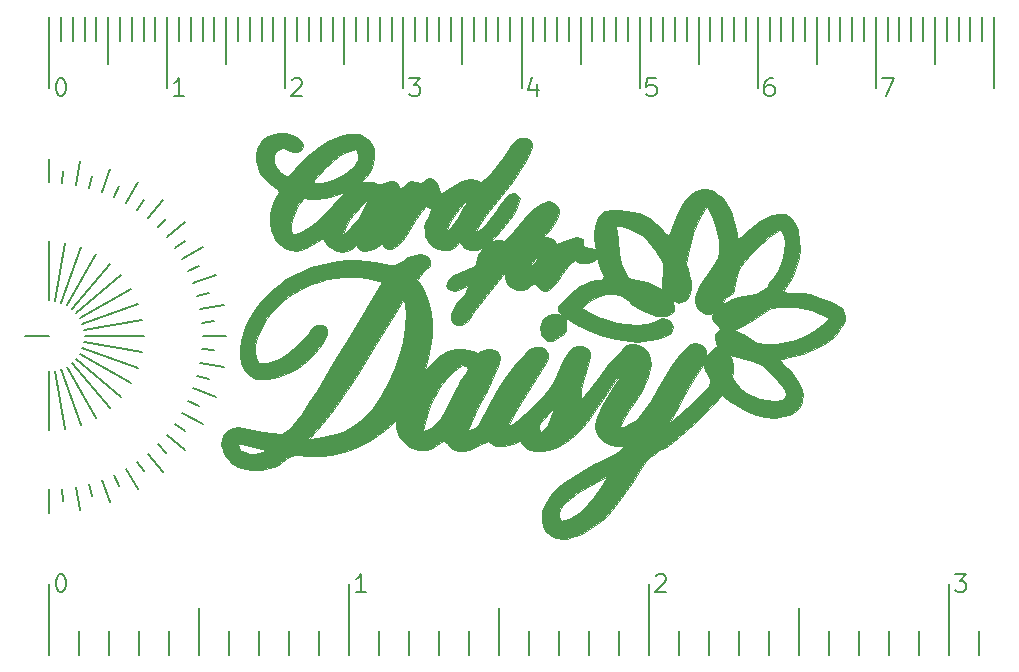
<source format=gbr>
G04 #@! TF.FileFunction,Soldermask,Top*
%FSLAX46Y46*%
G04 Gerber Fmt 4.6, Leading zero omitted, Abs format (unit mm)*
G04 Created by KiCad (PCBNEW 4.0.2-stable) date 8/4/2017 8:24:58 PM*
%MOMM*%
G01*
G04 APERTURE LIST*
%ADD10C,0.150000*%
%ADD11C,0.200000*%
%ADD12C,0.010000*%
G04 APERTURE END LIST*
D10*
D11*
X103500001Y-35178571D02*
X104500001Y-35178571D01*
X103857144Y-36678571D01*
X94285715Y-35178571D02*
X94000001Y-35178571D01*
X93857144Y-35250000D01*
X93785715Y-35321429D01*
X93642858Y-35535714D01*
X93571429Y-35821429D01*
X93571429Y-36392857D01*
X93642858Y-36535714D01*
X93714286Y-36607143D01*
X93857144Y-36678571D01*
X94142858Y-36678571D01*
X94285715Y-36607143D01*
X94357144Y-36535714D01*
X94428572Y-36392857D01*
X94428572Y-36035714D01*
X94357144Y-35892857D01*
X94285715Y-35821429D01*
X94142858Y-35750000D01*
X93857144Y-35750000D01*
X93714286Y-35821429D01*
X93642858Y-35892857D01*
X93571429Y-36035714D01*
X84357144Y-35178571D02*
X83642858Y-35178571D01*
X83571429Y-35892857D01*
X83642858Y-35821429D01*
X83785715Y-35750000D01*
X84142858Y-35750000D01*
X84285715Y-35821429D01*
X84357144Y-35892857D01*
X84428572Y-36035714D01*
X84428572Y-36392857D01*
X84357144Y-36535714D01*
X84285715Y-36607143D01*
X84142858Y-36678571D01*
X83785715Y-36678571D01*
X83642858Y-36607143D01*
X83571429Y-36535714D01*
X74285715Y-35678571D02*
X74285715Y-36678571D01*
X73928572Y-35107143D02*
X73571429Y-36178571D01*
X74500001Y-36178571D01*
X63500001Y-35178571D02*
X64428572Y-35178571D01*
X63928572Y-35750000D01*
X64142858Y-35750000D01*
X64285715Y-35821429D01*
X64357144Y-35892857D01*
X64428572Y-36035714D01*
X64428572Y-36392857D01*
X64357144Y-36535714D01*
X64285715Y-36607143D01*
X64142858Y-36678571D01*
X63714286Y-36678571D01*
X63571429Y-36607143D01*
X63500001Y-36535714D01*
X53571429Y-35321429D02*
X53642858Y-35250000D01*
X53785715Y-35178571D01*
X54142858Y-35178571D01*
X54285715Y-35250000D01*
X54357144Y-35321429D01*
X54428572Y-35464286D01*
X54428572Y-35607143D01*
X54357144Y-35821429D01*
X53500001Y-36678571D01*
X54428572Y-36678571D01*
X44428572Y-36678571D02*
X43571429Y-36678571D01*
X44000001Y-36678571D02*
X44000001Y-35178571D01*
X43857144Y-35392857D01*
X43714286Y-35535714D01*
X43571429Y-35607143D01*
X33928572Y-35178571D02*
X34071429Y-35178571D01*
X34214286Y-35250000D01*
X34285715Y-35321429D01*
X34357144Y-35464286D01*
X34428572Y-35750000D01*
X34428572Y-36107143D01*
X34357144Y-36392857D01*
X34285715Y-36535714D01*
X34214286Y-36607143D01*
X34071429Y-36678571D01*
X33928572Y-36678571D01*
X33785715Y-36607143D01*
X33714286Y-36535714D01*
X33642858Y-36392857D01*
X33571429Y-36107143D01*
X33571429Y-35750000D01*
X33642858Y-35464286D01*
X33714286Y-35321429D01*
X33785715Y-35250000D01*
X33928572Y-35178571D01*
X109700001Y-77178571D02*
X110628572Y-77178571D01*
X110128572Y-77750000D01*
X110342858Y-77750000D01*
X110485715Y-77821429D01*
X110557144Y-77892857D01*
X110628572Y-78035714D01*
X110628572Y-78392857D01*
X110557144Y-78535714D01*
X110485715Y-78607143D01*
X110342858Y-78678571D01*
X109914286Y-78678571D01*
X109771429Y-78607143D01*
X109700001Y-78535714D01*
X84371429Y-77321429D02*
X84442858Y-77250000D01*
X84585715Y-77178571D01*
X84942858Y-77178571D01*
X85085715Y-77250000D01*
X85157144Y-77321429D01*
X85228572Y-77464286D01*
X85228572Y-77607143D01*
X85157144Y-77821429D01*
X84300001Y-78678571D01*
X85228572Y-78678571D01*
X59828572Y-78678571D02*
X58971429Y-78678571D01*
X59400001Y-78678571D02*
X59400001Y-77178571D01*
X59257144Y-77392857D01*
X59114286Y-77535714D01*
X58971429Y-77607143D01*
X33928572Y-77178571D02*
X34071429Y-77178571D01*
X34214286Y-77250000D01*
X34285715Y-77321429D01*
X34357144Y-77464286D01*
X34428572Y-77750000D01*
X34428572Y-78107143D01*
X34357144Y-78392857D01*
X34285715Y-78535714D01*
X34214286Y-78607143D01*
X34071429Y-78678571D01*
X33928572Y-78678571D01*
X33785715Y-78607143D01*
X33714286Y-78535714D01*
X33642858Y-78392857D01*
X33571429Y-78107143D01*
X33571429Y-77750000D01*
X33642858Y-77464286D01*
X33714286Y-77321429D01*
X33785715Y-77250000D01*
X33928572Y-77178571D01*
D12*
G36*
X52547088Y-39793149D02*
X52018137Y-39866299D01*
X51543757Y-40063474D01*
X51138495Y-40364279D01*
X50816897Y-40748318D01*
X50593510Y-41195193D01*
X50482883Y-41684510D01*
X50499561Y-42195871D01*
X50658093Y-42708881D01*
X50756878Y-43062870D01*
X50946467Y-43374991D01*
X51199431Y-43653166D01*
X51488346Y-43905317D01*
X52064314Y-44363232D01*
X52296514Y-44584841D01*
X52454956Y-44812112D01*
X52117601Y-45394567D01*
X51868852Y-46038619D01*
X51722875Y-46715842D01*
X51693834Y-47397809D01*
X51795894Y-48056094D01*
X52043221Y-48662269D01*
X52225786Y-48936932D01*
X52449980Y-49187908D01*
X52717573Y-49411643D01*
X53030336Y-49604584D01*
X53462463Y-49753130D01*
X53893046Y-49779932D01*
X54317526Y-49708179D01*
X54731344Y-49561058D01*
X55508753Y-49133469D01*
X56188800Y-48682676D01*
X56374761Y-49089220D01*
X56655806Y-49416830D01*
X57007883Y-49658503D01*
X57406937Y-49807238D01*
X57828917Y-49856034D01*
X58249769Y-49797888D01*
X58645440Y-49625799D01*
X58991877Y-49332766D01*
X59226437Y-49622830D01*
X59505207Y-49774497D01*
X59811157Y-49811232D01*
X60127257Y-49756502D01*
X60436476Y-49633772D01*
X60721784Y-49466509D01*
X61152542Y-49092249D01*
X61396559Y-49449347D01*
X61535564Y-49551946D01*
X61682868Y-49609548D01*
X61993280Y-49606678D01*
X62309605Y-49474561D01*
X62613653Y-49247019D01*
X62887235Y-48957879D01*
X63112161Y-48640963D01*
X63270242Y-48330096D01*
X63682400Y-47744213D01*
X64077519Y-47121710D01*
X64490052Y-46526248D01*
X64954451Y-46021488D01*
X65231838Y-46134964D01*
X65298008Y-46217881D01*
X65324227Y-46315908D01*
X65282020Y-46550267D01*
X65155618Y-46823987D01*
X64851838Y-47433296D01*
X64775265Y-47740777D01*
X64816106Y-48031405D01*
X64818530Y-48318870D01*
X64869534Y-48586091D01*
X64963836Y-48831052D01*
X65096154Y-49051742D01*
X65453713Y-49412253D01*
X65899961Y-49651515D01*
X66392647Y-49753423D01*
X66889520Y-49701867D01*
X67126322Y-49613508D01*
X67348327Y-49480743D01*
X67550253Y-49301558D01*
X67726818Y-49073941D01*
X67935756Y-49326938D01*
X68168590Y-49514890D01*
X68420042Y-49641915D01*
X68684836Y-49712131D01*
X68957693Y-49729657D01*
X69233338Y-49698613D01*
X69771876Y-49507284D01*
X69528556Y-49808830D01*
X69341439Y-50146438D01*
X69218608Y-50508819D01*
X69168148Y-50884683D01*
X68853897Y-51142988D01*
X68484349Y-51344040D01*
X67685982Y-51673821D01*
X67310473Y-51852270D01*
X66986286Y-52072903D01*
X66740077Y-52360581D01*
X66598500Y-52740162D01*
X66805527Y-53012137D01*
X67058140Y-53140081D01*
X67339825Y-53156499D01*
X67634062Y-53093897D01*
X68194129Y-52861654D01*
X68606203Y-52703398D01*
X68422691Y-53066495D01*
X68184022Y-53412586D01*
X67641362Y-54085074D01*
X67387447Y-54427134D01*
X67178526Y-54783513D01*
X67039637Y-55162043D01*
X66995818Y-55570554D01*
X67190947Y-55878532D01*
X67429124Y-56050984D01*
X67693602Y-56104648D01*
X67967638Y-56056265D01*
X68234483Y-55922576D01*
X68477394Y-55720321D01*
X68679623Y-55466240D01*
X68824426Y-55177075D01*
X70326843Y-53159282D01*
X71650388Y-51508639D01*
X71589379Y-51745572D01*
X71575130Y-51970933D01*
X71669068Y-52378466D01*
X71896521Y-52714279D01*
X72221804Y-52961416D01*
X72609235Y-53102921D01*
X73023129Y-53121836D01*
X73427805Y-53001204D01*
X73615534Y-52883259D01*
X73787578Y-52724069D01*
X73972672Y-52590486D01*
X74146817Y-52614746D01*
X74318143Y-52742957D01*
X74494779Y-52921232D01*
X74684854Y-53095678D01*
X74896498Y-53212409D01*
X75137840Y-53217532D01*
X75417009Y-53057160D01*
X75701736Y-52770217D01*
X75965302Y-52441818D01*
X76458441Y-51732663D01*
X76955417Y-51073723D01*
X77223778Y-50808092D01*
X77515220Y-50609026D01*
X77739099Y-50747552D01*
X78005091Y-50829321D01*
X78293954Y-50857251D01*
X78586442Y-50834260D01*
X78863310Y-50763266D01*
X79105316Y-50647186D01*
X79293213Y-50488937D01*
X79407759Y-50291438D01*
X79488079Y-50689346D01*
X79539216Y-50958882D01*
X79654032Y-51235009D01*
X79911154Y-51751401D01*
X79971682Y-51963850D01*
X79932338Y-52127255D01*
X79752235Y-52227709D01*
X79390484Y-52251303D01*
X78886426Y-52378665D01*
X78405491Y-52568820D01*
X77948564Y-52813659D01*
X77516529Y-53105077D01*
X76730672Y-53795216D01*
X76054992Y-54574380D01*
X76103140Y-54770267D01*
X76185542Y-54936783D01*
X76352869Y-55167184D01*
X76387673Y-55223807D01*
X76356492Y-55236538D01*
X75995933Y-55115802D01*
X75618975Y-55128043D01*
X75304752Y-55217826D01*
X75051128Y-55371630D01*
X74855970Y-55575935D01*
X74717143Y-55817221D01*
X74632510Y-56081968D01*
X74599939Y-56356657D01*
X74617293Y-56627766D01*
X74682439Y-56881777D01*
X74793241Y-57105168D01*
X74947564Y-57284421D01*
X75143273Y-57406015D01*
X75378235Y-57456429D01*
X75650313Y-57422145D01*
X75957373Y-57289642D01*
X76297281Y-57045399D01*
X76496985Y-56906214D01*
X76639049Y-56706681D01*
X76731565Y-56469453D01*
X76782619Y-56217185D01*
X76792705Y-55758135D01*
X76734020Y-55510757D01*
X77732426Y-56060282D01*
X78792935Y-56561734D01*
X79898995Y-56983676D01*
X81034058Y-57294671D01*
X82181574Y-57463283D01*
X82754829Y-57484371D01*
X83324992Y-57458075D01*
X83889992Y-57380464D01*
X84447762Y-57247610D01*
X84996233Y-57055583D01*
X85533335Y-56800453D01*
X85671441Y-56674016D01*
X85761025Y-56537276D01*
X85812500Y-56248869D01*
X85723509Y-55967199D01*
X85529799Y-55724233D01*
X85267119Y-55551937D01*
X84971216Y-55482278D01*
X84677839Y-55547222D01*
X84543268Y-55640160D01*
X84422735Y-55778736D01*
X83613729Y-55986906D01*
X82784024Y-56066181D01*
X81946548Y-56030531D01*
X81114233Y-55893926D01*
X80300008Y-55670335D01*
X79516803Y-55373728D01*
X78777550Y-55018075D01*
X78095177Y-54617345D01*
X78537701Y-54204211D01*
X79049907Y-53861736D01*
X79608415Y-53608361D01*
X80189843Y-53462524D01*
X80770810Y-53442668D01*
X81327935Y-53567232D01*
X81590249Y-53689434D01*
X81837835Y-53854656D01*
X82067769Y-54065203D01*
X82277129Y-54323381D01*
X83095419Y-54765359D01*
X83965455Y-55181195D01*
X84410908Y-55310682D01*
X84858533Y-55351280D01*
X85304742Y-55275538D01*
X85745947Y-55056004D01*
X85838961Y-54934359D01*
X85883506Y-54793065D01*
X85877885Y-54489404D01*
X85830472Y-54220775D01*
X85842656Y-54062931D01*
X85052744Y-53182660D01*
X84345945Y-52763672D01*
X83589535Y-52456621D01*
X82806784Y-52240402D01*
X82020962Y-52093911D01*
X81723029Y-51599270D01*
X81507230Y-51074753D01*
X81356777Y-50526829D01*
X81254878Y-49961970D01*
X81129585Y-48807326D01*
X80997031Y-47662584D01*
X81282579Y-47672181D01*
X81399368Y-47676019D01*
X81894385Y-47824564D01*
X82371517Y-48024785D01*
X82825822Y-48273877D01*
X83252355Y-48569037D01*
X83646173Y-48907461D01*
X84002332Y-49286344D01*
X84315889Y-49702883D01*
X84581898Y-50154273D01*
X84825246Y-50459529D01*
X84942590Y-50810362D01*
X84970576Y-51194454D01*
X84945849Y-51599486D01*
X84884844Y-52423100D01*
X84921858Y-52817046D01*
X85052744Y-53182660D01*
X85842656Y-54062931D01*
X85956627Y-54062562D01*
X86219599Y-54215007D01*
X86500340Y-54161763D01*
X86734794Y-54066918D01*
X86926079Y-53935064D01*
X87077315Y-53770790D01*
X87272116Y-53363354D01*
X87344154Y-52881339D01*
X87318385Y-52361478D01*
X87219765Y-51840500D01*
X87073249Y-51355136D01*
X86903794Y-50942118D01*
X87158573Y-49639513D01*
X87530488Y-48323170D01*
X87764967Y-47685605D01*
X88034247Y-47075513D01*
X88340167Y-46503199D01*
X88684564Y-45978965D01*
X89122753Y-46877519D01*
X89474818Y-47856778D01*
X89692057Y-48884298D01*
X89734898Y-49406017D01*
X89725770Y-49927635D01*
X89603297Y-50393496D01*
X89398788Y-50823129D01*
X88845626Y-51622072D01*
X88270218Y-52421179D01*
X88037899Y-52851018D01*
X87876492Y-53317166D01*
X87716222Y-53683939D01*
X87695016Y-54055349D01*
X87791131Y-54408509D01*
X87982819Y-54720535D01*
X88248338Y-54968539D01*
X88565942Y-55129635D01*
X88913887Y-55180938D01*
X89270427Y-55099560D01*
X89963777Y-54347447D01*
X89970465Y-54276401D01*
X90047661Y-54135949D01*
X90318425Y-53700015D01*
X90666097Y-53571749D01*
X90892562Y-53335759D01*
X91029184Y-53018571D01*
X91107326Y-52646710D01*
X91213632Y-51845076D01*
X91304524Y-51468355D01*
X91462393Y-51143065D01*
X92241999Y-50244861D01*
X93075358Y-49373441D01*
X93981841Y-48596367D01*
X94468558Y-48264325D01*
X94980820Y-47981206D01*
X94987021Y-48006897D01*
X95182893Y-48581470D01*
X95266093Y-49172734D01*
X95246768Y-49770668D01*
X95135064Y-50365251D01*
X94941126Y-50946465D01*
X94675101Y-51504288D01*
X94347134Y-52028702D01*
X93967372Y-52509685D01*
X93830616Y-52743573D01*
X93670515Y-52938106D01*
X93290529Y-53227704D01*
X92847910Y-53415677D01*
X92363158Y-53539222D01*
X91349245Y-53741816D01*
X90861079Y-53895260D01*
X90412771Y-54133063D01*
X90090435Y-54318707D01*
X89963777Y-54347447D01*
X89270427Y-55099560D01*
X89165812Y-55306027D01*
X89160028Y-55506609D01*
X89228411Y-55698249D01*
X89346294Y-55877893D01*
X89631901Y-56188968D01*
X89819526Y-56415390D01*
X90981360Y-56479026D01*
X91826247Y-56115166D01*
X92621071Y-55657235D01*
X94114723Y-54649237D01*
X94845211Y-54579399D01*
X95568455Y-54565521D01*
X95797012Y-54551790D01*
X96223030Y-54563623D01*
X96644708Y-54618932D01*
X97469968Y-54833729D01*
X98262652Y-55143682D01*
X99012615Y-55496288D01*
X98431321Y-56089232D01*
X97765278Y-56590805D01*
X97031485Y-56999655D01*
X96246941Y-57314429D01*
X95428644Y-57533775D01*
X94593593Y-57656341D01*
X93758787Y-57680773D01*
X92941225Y-57605720D01*
X91898454Y-56946466D01*
X90981360Y-56479026D01*
X89819526Y-56415390D01*
X89599185Y-56544096D01*
X89465010Y-56723967D01*
X89402356Y-56938288D01*
X89396576Y-57170343D01*
X89497058Y-57620799D01*
X89649289Y-57941617D01*
X90666134Y-58637477D01*
X91584682Y-58888337D01*
X92504687Y-59117318D01*
X92940999Y-59275014D01*
X93348590Y-59488932D01*
X93717767Y-59779635D01*
X94038833Y-60167689D01*
X94517589Y-60662508D01*
X95095839Y-61264521D01*
X95305940Y-61575233D01*
X95401311Y-61876151D01*
X95391431Y-62019125D01*
X95335419Y-62155078D01*
X95227458Y-62282483D01*
X95061731Y-62399816D01*
X94450635Y-62479862D01*
X93821364Y-62452624D01*
X93194361Y-62325999D01*
X92590071Y-62107885D01*
X92028937Y-61806179D01*
X91531402Y-61428779D01*
X91117912Y-60983582D01*
X90808908Y-60478486D01*
X90938344Y-60019090D01*
X90934113Y-59540724D01*
X90831586Y-59070987D01*
X90666134Y-58637477D01*
X89649289Y-57941617D01*
X89473843Y-57964914D01*
X89305297Y-58037670D01*
X89001547Y-58274698D01*
X88615908Y-58716763D01*
X88494542Y-59227622D01*
X88492032Y-59249177D01*
X88459649Y-59564175D01*
X88537739Y-59868370D01*
X88834171Y-60444349D01*
X88956928Y-60716136D01*
X88998992Y-60977121D01*
X88912568Y-61227304D01*
X88649867Y-61466687D01*
X87872832Y-62289712D01*
X86998106Y-63113848D01*
X85473538Y-64448269D01*
X86938103Y-61790237D01*
X87694831Y-60480059D01*
X88497052Y-59206212D01*
X88494542Y-59227622D01*
X88615908Y-58716763D01*
X88618092Y-58337275D01*
X88496867Y-58027456D01*
X88281707Y-57795604D01*
X88002087Y-57650013D01*
X87687481Y-57598982D01*
X87367364Y-57650805D01*
X87071210Y-57813780D01*
X86828494Y-58096203D01*
X86250988Y-58760045D01*
X85736100Y-59468712D01*
X84820484Y-60965711D01*
X83934255Y-62477591D01*
X83456102Y-63204858D01*
X82930024Y-63894741D01*
X82570396Y-64201674D01*
X82108088Y-64496446D01*
X81654558Y-64691388D01*
X81465915Y-64724025D01*
X81321263Y-64698827D01*
X81678028Y-63991890D01*
X82101479Y-63302799D01*
X82996670Y-61934842D01*
X83392522Y-61234317D01*
X83703287Y-60508323D01*
X83891022Y-59746030D01*
X83926895Y-59347887D01*
X83917783Y-58936609D01*
X83779895Y-58547275D01*
X83549102Y-58211440D01*
X83248077Y-57944552D01*
X82899495Y-57762057D01*
X82526030Y-57679402D01*
X82150357Y-57712033D01*
X81795150Y-57875396D01*
X81483084Y-58184939D01*
X80995049Y-58680584D01*
X80524601Y-59227230D01*
X79635034Y-60391627D01*
X78811515Y-61514335D01*
X78051179Y-62431560D01*
X78027319Y-61951934D01*
X78063134Y-61487118D01*
X78262953Y-60588554D01*
X78548974Y-59709149D01*
X78819533Y-58822182D01*
X78801846Y-58421762D01*
X78649286Y-58128648D01*
X78397546Y-57940123D01*
X78082320Y-57853469D01*
X77739301Y-57865969D01*
X77404182Y-57974907D01*
X77112657Y-58177565D01*
X76900418Y-58471226D01*
X76598442Y-58953772D01*
X76343628Y-59463622D01*
X75885896Y-60510093D01*
X75638186Y-61019138D01*
X75348049Y-61500341D01*
X74993090Y-61939915D01*
X74550912Y-62324073D01*
X73311899Y-63624470D01*
X72626062Y-64205884D01*
X72249191Y-64451314D01*
X71843067Y-64655861D01*
X72589475Y-63227238D01*
X73425417Y-61853170D01*
X75154936Y-59138590D01*
X75238029Y-58911142D01*
X75266804Y-58706186D01*
X75247148Y-58524266D01*
X75184948Y-58365928D01*
X74956459Y-58122174D01*
X74628427Y-57979285D01*
X74247944Y-57941620D01*
X73862100Y-58013537D01*
X73517986Y-58199398D01*
X73262693Y-58503561D01*
X72661758Y-59164119D01*
X72104755Y-59857477D01*
X71586787Y-60578766D01*
X71102955Y-61323118D01*
X70218107Y-62861540D01*
X69411027Y-64433800D01*
X69055310Y-64779114D01*
X68666946Y-64975579D01*
X68531319Y-64972703D01*
X68472487Y-64878269D01*
X68518768Y-64674159D01*
X68698482Y-64342259D01*
X69337892Y-62981080D01*
X70051843Y-61645249D01*
X70709231Y-60288793D01*
X70975744Y-59588464D01*
X71178951Y-58865739D01*
X71110259Y-58540644D01*
X70944756Y-58309072D01*
X70707487Y-58163439D01*
X70423497Y-58096164D01*
X70117834Y-58099662D01*
X69815543Y-58166352D01*
X69541669Y-58288649D01*
X69321258Y-58458971D01*
X69313432Y-58455870D01*
X68443940Y-59793995D01*
X68302508Y-60101543D01*
X68055807Y-60451133D01*
X67811084Y-60792252D01*
X67675584Y-61074389D01*
X67367030Y-61624854D01*
X67088890Y-62212790D01*
X66526413Y-63398303D01*
X66193356Y-63944492D01*
X65793274Y-64425378D01*
X65301806Y-64815267D01*
X65014190Y-64968059D01*
X64694593Y-65088466D01*
X64830436Y-64279330D01*
X65047470Y-63470076D01*
X65343918Y-62676385D01*
X65718005Y-61913934D01*
X66167955Y-61198405D01*
X66691993Y-60545476D01*
X67288342Y-59970827D01*
X67955228Y-59490137D01*
X68234133Y-59522029D01*
X68350731Y-59561418D01*
X68420090Y-59621946D01*
X68443940Y-59793995D01*
X69313432Y-58455870D01*
X68905284Y-58294791D01*
X68460464Y-58180616D01*
X67994102Y-58120912D01*
X67521327Y-58123246D01*
X67057268Y-58195183D01*
X66617055Y-58344289D01*
X66215816Y-58578131D01*
X65868681Y-58904274D01*
X65562217Y-59157030D01*
X65229535Y-59511481D01*
X64953577Y-59789446D01*
X64862790Y-59844066D01*
X64817288Y-59812746D01*
X65089079Y-58880814D01*
X65291196Y-57911410D01*
X65407770Y-56922228D01*
X65422934Y-55930958D01*
X65320821Y-54955293D01*
X65085562Y-54012925D01*
X64701290Y-53121545D01*
X64448316Y-52700505D01*
X64152138Y-52298846D01*
X64375917Y-51909681D01*
X64633097Y-51590780D01*
X64927964Y-51324823D01*
X65264805Y-51094489D01*
X65280403Y-50859575D01*
X65252131Y-50658777D01*
X65184834Y-50490669D01*
X65083359Y-50353826D01*
X64797257Y-50168228D01*
X64432590Y-50090579D01*
X64028123Y-50109469D01*
X63622622Y-50213495D01*
X63254852Y-50391247D01*
X62963580Y-50631321D01*
X62623063Y-50854282D01*
X62254411Y-50963750D01*
X61864025Y-50984609D01*
X61458306Y-50941743D01*
X60626478Y-50764377D01*
X59810137Y-50630730D01*
X59032874Y-50583821D01*
X58251952Y-50594850D01*
X57472081Y-50662843D01*
X56697975Y-50786825D01*
X55934345Y-50965822D01*
X55185903Y-51198860D01*
X54457362Y-51484964D01*
X53753432Y-51823159D01*
X53078827Y-52212472D01*
X52438258Y-52651927D01*
X51836437Y-53140551D01*
X51278077Y-53677368D01*
X50767889Y-54261404D01*
X50310585Y-54891685D01*
X49910878Y-55567237D01*
X49573479Y-56287085D01*
X49393204Y-56855292D01*
X49251383Y-57469606D01*
X49170992Y-58102967D01*
X49175013Y-58728316D01*
X49286425Y-59318595D01*
X49528206Y-59846744D01*
X49705166Y-60079064D01*
X49923337Y-60285704D01*
X50185589Y-60463282D01*
X50494795Y-60608415D01*
X50973476Y-60647480D01*
X51448202Y-60637759D01*
X51916996Y-60581905D01*
X52377878Y-60482571D01*
X53267994Y-60164082D01*
X54102723Y-59703520D01*
X54866236Y-59122114D01*
X55542706Y-58441093D01*
X56116306Y-57681686D01*
X56571206Y-56865122D01*
X56565996Y-56514225D01*
X56439401Y-56265194D01*
X56224816Y-56114594D01*
X55955641Y-56058987D01*
X55665272Y-56094938D01*
X55387107Y-56219009D01*
X55154544Y-56427766D01*
X55000980Y-56717770D01*
X54136590Y-57668857D01*
X53657937Y-58134500D01*
X53147511Y-58556967D01*
X52604711Y-58908828D01*
X52028937Y-59162650D01*
X51419588Y-59291002D01*
X50776063Y-59266453D01*
X50543674Y-58834325D01*
X50442110Y-58371774D01*
X50449609Y-57889763D01*
X50544412Y-57399258D01*
X50704761Y-56911224D01*
X50908895Y-56436624D01*
X51361483Y-55571587D01*
X51787336Y-55029319D01*
X52260526Y-54525891D01*
X52776342Y-54062880D01*
X53330077Y-53641866D01*
X53917022Y-53264428D01*
X54532468Y-52932142D01*
X55171706Y-52646589D01*
X55830027Y-52409346D01*
X56502722Y-52221992D01*
X57185084Y-52086105D01*
X57872402Y-52003264D01*
X58559969Y-51975048D01*
X59243075Y-52003034D01*
X59917011Y-52088802D01*
X60577070Y-52233930D01*
X61218541Y-52439996D01*
X59870409Y-54758516D01*
X58470289Y-57046531D01*
X57062873Y-59327041D01*
X55692854Y-61623046D01*
X55036775Y-62615076D01*
X54382132Y-63641518D01*
X54028425Y-64127973D01*
X53642769Y-64575427D01*
X53214395Y-64968011D01*
X52732533Y-65289857D01*
X51397657Y-66667699D01*
X51106778Y-66831266D01*
X50750417Y-66936029D01*
X50359402Y-66979272D01*
X49964562Y-66958279D01*
X49596727Y-66870337D01*
X49286727Y-66712729D01*
X49065391Y-66482741D01*
X48963549Y-66177659D01*
X49108095Y-66175444D01*
X49261501Y-66179282D01*
X50381545Y-66410318D01*
X51397657Y-66667699D01*
X52732533Y-65289857D01*
X51900589Y-65244642D01*
X51072522Y-65114649D01*
X49392168Y-64806018D01*
X48967973Y-64729752D01*
X48575368Y-64778443D01*
X48228831Y-64933530D01*
X47942842Y-65176452D01*
X47731879Y-65488651D01*
X47610420Y-65851564D01*
X47592945Y-66246633D01*
X47693933Y-66655296D01*
X47823584Y-66977792D01*
X47993783Y-67263820D01*
X48200294Y-67514373D01*
X48438877Y-67730444D01*
X48995311Y-68063114D01*
X49629182Y-68269773D01*
X50306584Y-68358366D01*
X50993615Y-68336837D01*
X51656371Y-68213131D01*
X52260948Y-67995192D01*
X52678719Y-67662171D01*
X53117005Y-67352485D01*
X55033315Y-65709470D01*
X56136379Y-64486555D01*
X57141104Y-63199523D01*
X58070747Y-61863291D01*
X58948562Y-60492776D01*
X60641732Y-57708567D01*
X61503597Y-56324708D01*
X62406656Y-54966235D01*
X62734286Y-54405131D01*
X63072839Y-53868037D01*
X63156472Y-54481625D01*
X63195219Y-55094332D01*
X63148055Y-56313664D01*
X62951345Y-57519161D01*
X62625085Y-58703945D01*
X62189274Y-59861144D01*
X61663907Y-60983883D01*
X61068982Y-62065287D01*
X60424495Y-63098481D01*
X59920585Y-63689813D01*
X59343621Y-64205507D01*
X58705847Y-64645531D01*
X58019505Y-65009852D01*
X57296839Y-65298439D01*
X56550090Y-65511259D01*
X55791501Y-65648280D01*
X55033315Y-65709470D01*
X53117005Y-67352485D01*
X53476198Y-67165696D01*
X53854353Y-67058952D01*
X54254472Y-67061695D01*
X54679553Y-67203362D01*
X56116806Y-67145599D01*
X56839442Y-67052292D01*
X57555464Y-66911815D01*
X58257906Y-66721001D01*
X58939803Y-66476685D01*
X59594189Y-66175704D01*
X60214099Y-65814890D01*
X61411895Y-65005454D01*
X61973457Y-64544136D01*
X62452869Y-64013006D01*
X62399645Y-64356457D01*
X62407373Y-64691664D01*
X62470578Y-65014479D01*
X62583785Y-65320751D01*
X62741520Y-65606333D01*
X62938307Y-65867075D01*
X63168673Y-66098828D01*
X63427141Y-66297443D01*
X63708238Y-66458771D01*
X64006489Y-66578664D01*
X64316418Y-66652972D01*
X64632552Y-66677546D01*
X64949416Y-66648237D01*
X65261534Y-66560896D01*
X65563432Y-66411375D01*
X65849635Y-66195523D01*
X66154165Y-65983271D01*
X66419189Y-65919961D01*
X66539508Y-65952264D01*
X66653094Y-66031528D01*
X66864265Y-66343908D01*
X67054465Y-66525336D01*
X67252476Y-66656290D01*
X67666946Y-66786346D01*
X68097719Y-66773209D01*
X68534839Y-66656013D01*
X69388287Y-66265980D01*
X69784703Y-66071410D01*
X70147638Y-65929316D01*
X70462979Y-66170539D01*
X70807635Y-66305502D01*
X71171060Y-66352895D01*
X71542703Y-66331409D01*
X72268458Y-66156565D01*
X72900515Y-65930497D01*
X72901401Y-65931678D01*
X74789658Y-64083138D01*
X75320154Y-63559033D01*
X75586283Y-63288043D01*
X75806797Y-62992471D01*
X75613690Y-63612895D01*
X75360898Y-64277810D01*
X75202431Y-64577832D01*
X75017417Y-64830033D01*
X74801978Y-65014767D01*
X74552241Y-65112386D01*
X74489498Y-64812206D01*
X74521044Y-64545696D01*
X74627543Y-64305219D01*
X74789658Y-64083138D01*
X72901401Y-65931678D01*
X73072979Y-66179949D01*
X73267162Y-66380719D01*
X73481174Y-66537118D01*
X73712244Y-66652275D01*
X74214464Y-66771389D01*
X74751638Y-66763102D01*
X75301585Y-66652456D01*
X75842119Y-66464492D01*
X76351058Y-66224252D01*
X76806220Y-65956778D01*
X77526063Y-65347529D01*
X78173689Y-64670281D01*
X78766695Y-63941843D01*
X79322676Y-63179026D01*
X80393945Y-61617489D01*
X80944426Y-60852389D01*
X81528264Y-60120147D01*
X81218274Y-60686292D01*
X80866946Y-61241848D01*
X80136376Y-62349705D01*
X79805189Y-62916262D01*
X79528770Y-63500741D01*
X79331145Y-64110271D01*
X79236340Y-64751979D01*
X79333825Y-65172349D01*
X79537552Y-65538761D01*
X79825986Y-65844777D01*
X80177592Y-66083957D01*
X80570835Y-66249860D01*
X80984178Y-66336046D01*
X81396085Y-66336076D01*
X81785022Y-66243509D01*
X80305599Y-68828364D01*
X79532562Y-70022996D01*
X79116903Y-70637060D01*
X78667784Y-71222959D01*
X78174680Y-71751194D01*
X77627068Y-72192268D01*
X77014423Y-72516684D01*
X76680424Y-72625926D01*
X76326219Y-72694942D01*
X76174040Y-72353967D01*
X76174113Y-72012015D01*
X76296905Y-71676263D01*
X76512881Y-71353889D01*
X76792506Y-71052073D01*
X77106248Y-70777991D01*
X77717939Y-70341745D01*
X79030468Y-69532854D01*
X80305599Y-68828364D01*
X81785022Y-66243509D01*
X81506324Y-66585854D01*
X81167297Y-66859439D01*
X80783799Y-67083268D01*
X80371688Y-67276347D01*
X79525058Y-67646280D01*
X79122256Y-67861144D01*
X78754273Y-68121282D01*
X77377033Y-68921682D01*
X76681774Y-69385939D01*
X76034554Y-69903955D01*
X75474720Y-70484023D01*
X75041623Y-71134432D01*
X74884896Y-71488605D01*
X74774609Y-71863474D01*
X74715680Y-72260073D01*
X74713028Y-72679439D01*
X74814113Y-73116654D01*
X75014222Y-73485185D01*
X75295779Y-73781656D01*
X75641209Y-74002691D01*
X76032936Y-74144915D01*
X76453383Y-74204952D01*
X76884976Y-74179425D01*
X77310138Y-74064958D01*
X78147135Y-73744232D01*
X78918135Y-73300833D01*
X79629029Y-72755331D01*
X80285709Y-72128296D01*
X80894066Y-71440298D01*
X81459992Y-70711908D01*
X82488117Y-69216232D01*
X82996753Y-68383497D01*
X83573634Y-67614916D01*
X83901888Y-67271134D01*
X84264269Y-66963130D01*
X84666465Y-66697484D01*
X85114166Y-66480777D01*
X85796952Y-66009662D01*
X86454474Y-65502745D01*
X87702072Y-64401409D01*
X88873656Y-63216570D01*
X89985924Y-61988028D01*
X90608299Y-62506285D01*
X91297608Y-62976585D01*
X92038905Y-63375944D01*
X92817243Y-63681380D01*
X93617677Y-63869909D01*
X94425261Y-63918547D01*
X94827063Y-63883224D01*
X95225048Y-63804310D01*
X95617348Y-63678931D01*
X96002094Y-63504215D01*
X96266827Y-63321056D01*
X96473659Y-63112721D01*
X96626371Y-62882933D01*
X96728744Y-62635415D01*
X96784560Y-62373890D01*
X96797600Y-62102082D01*
X96710477Y-61542507D01*
X96497627Y-60986475D01*
X96189301Y-60463772D01*
X95815750Y-60004181D01*
X95407224Y-59637489D01*
X95140061Y-59371813D01*
X94949930Y-59146430D01*
X94926378Y-59055530D01*
X94973238Y-58982720D01*
X95107559Y-58930672D01*
X95346394Y-58902060D01*
X96093056Y-58739484D01*
X96859259Y-58519657D01*
X97619047Y-58234719D01*
X98346467Y-57876811D01*
X99015561Y-57438075D01*
X99600375Y-56910650D01*
X100074954Y-56286678D01*
X100262794Y-55936030D01*
X100413342Y-55558299D01*
X100395445Y-55290572D01*
X100333757Y-55054148D01*
X100232776Y-54846252D01*
X100096998Y-54664113D01*
X99739038Y-54366009D01*
X99295856Y-54137651D01*
X98297727Y-53801426D01*
X97814732Y-53649189D01*
X97390418Y-53477954D01*
X96800237Y-53376063D01*
X96147766Y-53360275D01*
X95551207Y-53343455D01*
X95310833Y-53307429D01*
X95128762Y-53238470D01*
X95595091Y-52602945D01*
X95977547Y-51910315D01*
X96268964Y-51174365D01*
X96462179Y-50408880D01*
X96550028Y-49627644D01*
X96525345Y-48844442D01*
X96380967Y-48073058D01*
X96109729Y-47327277D01*
X95929176Y-47083668D01*
X95727205Y-46898556D01*
X95506828Y-46767436D01*
X95271061Y-46685805D01*
X94765411Y-46652987D01*
X94234368Y-46764065D01*
X93702045Y-46983000D01*
X93192556Y-47273756D01*
X92730013Y-47600294D01*
X92338530Y-47926577D01*
X92169732Y-48034813D01*
X91981623Y-48207566D01*
X91601556Y-48584235D01*
X91436639Y-48706958D01*
X91306494Y-48731810D01*
X91224641Y-48618196D01*
X91204602Y-48325518D01*
X91014841Y-47369307D01*
X90725484Y-46444131D01*
X90521660Y-46014476D01*
X90266779Y-45618135D01*
X89952122Y-45263624D01*
X89568969Y-44959464D01*
X89299717Y-44766569D01*
X88990577Y-44634493D01*
X88661202Y-44554979D01*
X88331245Y-44519771D01*
X87751689Y-44740095D01*
X87269731Y-45084929D01*
X86869670Y-45528402D01*
X86535810Y-46044644D01*
X86252451Y-46607786D01*
X86003895Y-47191957D01*
X85548395Y-48319908D01*
X85473771Y-48475259D01*
X85362302Y-48480488D01*
X85222561Y-48374116D01*
X85063123Y-48194661D01*
X84719443Y-47770583D01*
X84552349Y-47603000D01*
X84399850Y-47516413D01*
X83950753Y-47141129D01*
X83457567Y-46846466D01*
X82929314Y-46626214D01*
X82375020Y-46474165D01*
X81803710Y-46384110D01*
X81224408Y-46349841D01*
X80646139Y-46365149D01*
X80077928Y-46423826D01*
X79715824Y-46707469D01*
X79455014Y-47048711D01*
X79282607Y-47437004D01*
X79185717Y-47861799D01*
X79151454Y-48312547D01*
X79166930Y-48778700D01*
X79295547Y-49715024D01*
X79224529Y-49615215D01*
X78721634Y-49552723D01*
X78396898Y-49474492D01*
X78297871Y-49394716D01*
X78239222Y-49269293D01*
X78237509Y-48825894D01*
X77965495Y-48680716D01*
X77675066Y-48640192D01*
X77373022Y-48679776D01*
X77066161Y-48774918D01*
X76465188Y-49033687D01*
X75926539Y-49220111D01*
X74490673Y-50220714D01*
X74256566Y-50616722D01*
X73890623Y-51010153D01*
X73317765Y-51491807D01*
X73870134Y-50786141D01*
X74169427Y-50457639D01*
X74490673Y-50220714D01*
X75926539Y-49220111D01*
X75842524Y-49049494D01*
X75727839Y-48908238D01*
X75428600Y-48712083D01*
X75073108Y-48628202D01*
X74705646Y-48653147D01*
X75032430Y-48386113D01*
X75396699Y-48005519D01*
X75743339Y-47551744D01*
X76017235Y-47065170D01*
X76163273Y-46586176D01*
X76171122Y-46362141D01*
X76126338Y-46155143D01*
X76022033Y-45970231D01*
X75851317Y-45812451D01*
X75607300Y-45686851D01*
X75283094Y-45598479D01*
X74679069Y-45817578D01*
X74146238Y-46156868D01*
X73667564Y-46584354D01*
X73226007Y-47068038D01*
X72386093Y-48076012D01*
X71953659Y-48536309D01*
X71490191Y-48924817D01*
X71191497Y-48889975D01*
X70901281Y-48906594D01*
X70622702Y-48969975D01*
X70358920Y-49075417D01*
X70588363Y-48810538D01*
X71256668Y-48003561D01*
X71955890Y-47184334D01*
X72269019Y-46755745D01*
X72532186Y-46306834D01*
X72726160Y-45831849D01*
X72831712Y-45325037D01*
X72555351Y-45012853D01*
X72415675Y-44939873D01*
X72276088Y-44914973D01*
X72000432Y-44987436D01*
X71734897Y-45186281D01*
X71485993Y-45467545D01*
X71260231Y-45787268D01*
X70904181Y-46366243D01*
X70035505Y-47459496D01*
X69567233Y-47955509D01*
X69321988Y-48149059D01*
X69068338Y-48290379D01*
X69597173Y-47337408D01*
X70212182Y-46435461D01*
X71569811Y-44707735D01*
X72246974Y-43843503D01*
X72879399Y-42953391D01*
X73434356Y-42018171D01*
X73879118Y-41018619D01*
X73863456Y-40790864D01*
X73810347Y-40603490D01*
X73724814Y-40454638D01*
X73611879Y-40342449D01*
X73323899Y-40220627D01*
X72986590Y-40223156D01*
X72640137Y-40335167D01*
X72324723Y-40541791D01*
X72080532Y-40828161D01*
X71947749Y-41179406D01*
X71414378Y-41948556D01*
X70827446Y-42734210D01*
X70208859Y-43440831D01*
X69894541Y-43734651D01*
X69580525Y-43972886D01*
X68745139Y-45268636D01*
X68595130Y-45462792D01*
X68330114Y-45792991D01*
X68083084Y-46171861D01*
X67616108Y-46987213D01*
X67140444Y-47732043D01*
X66882557Y-48022761D01*
X66602339Y-48229548D01*
X66747904Y-47787160D01*
X66934180Y-47360357D01*
X67417324Y-46563637D01*
X68028675Y-45859645D01*
X68745139Y-45268636D01*
X69580525Y-43972886D01*
X69125216Y-43779643D01*
X68668715Y-43736952D01*
X68216724Y-43815031D01*
X67774942Y-43984094D01*
X67349070Y-44214359D01*
X66944809Y-44476042D01*
X66223920Y-44974523D01*
X66099985Y-44818209D01*
X66001790Y-44596237D01*
X65810768Y-44086232D01*
X65682013Y-43863653D01*
X65507146Y-43706327D01*
X65268201Y-43646981D01*
X64947217Y-43718343D01*
X64785031Y-43900438D01*
X64639831Y-44000392D01*
X64503343Y-44036621D01*
X64367297Y-44027541D01*
X64063444Y-43947117D01*
X63662098Y-43906445D01*
X63461150Y-43951553D01*
X63269623Y-44073497D01*
X62930929Y-44385581D01*
X62791812Y-44494567D01*
X62678213Y-44518079D01*
X62594159Y-44415540D01*
X62543672Y-44146372D01*
X62341616Y-43945152D01*
X62118270Y-43862855D01*
X61881964Y-43868837D01*
X61641030Y-43932452D01*
X61178593Y-44110005D01*
X60973751Y-44162653D01*
X60797599Y-44150358D01*
X60082250Y-45352352D01*
X59697922Y-46198464D01*
X59200350Y-47031973D01*
X58598395Y-47791441D01*
X58261041Y-48124212D01*
X57900914Y-48415435D01*
X58027099Y-47967061D01*
X58216975Y-47535363D01*
X58459624Y-47121358D01*
X58744124Y-46726064D01*
X59395001Y-45995681D01*
X60082250Y-45352352D01*
X60797599Y-44150358D01*
X60429161Y-43992708D01*
X60004715Y-43936651D01*
X59603940Y-43954117D01*
X59306513Y-44017033D01*
X58058748Y-44827762D01*
X57061770Y-45879773D01*
X56044562Y-46973568D01*
X55501955Y-47468474D01*
X54922591Y-47892634D01*
X54295904Y-48218983D01*
X53611327Y-48420455D01*
X53501946Y-48012264D01*
X53489828Y-47585961D01*
X53559863Y-47153301D01*
X53696945Y-46726036D01*
X53885963Y-46315920D01*
X54111810Y-45934705D01*
X54613555Y-45305991D01*
X55391507Y-44010536D01*
X55362259Y-43932633D01*
X55395526Y-43825623D01*
X55689901Y-43513557D01*
X56396292Y-42777412D01*
X57151372Y-42085851D01*
X57558649Y-41786373D01*
X57991872Y-41533539D01*
X58455633Y-41339182D01*
X58954523Y-41215136D01*
X59076700Y-41449855D01*
X59140522Y-41679006D01*
X59151133Y-41901790D01*
X59113679Y-42117405D01*
X58915149Y-42523935D01*
X58586089Y-42892198D01*
X58167654Y-43215796D01*
X57701000Y-43488331D01*
X57227282Y-43703405D01*
X56787656Y-43854621D01*
X56423558Y-43987107D01*
X56001273Y-44075258D01*
X55623143Y-44092069D01*
X55482617Y-44065284D01*
X55391507Y-44010536D01*
X54613555Y-45305991D01*
X55054238Y-45380116D01*
X55514483Y-45400220D01*
X56448800Y-45309892D01*
X57326793Y-45098057D01*
X58058748Y-44827762D01*
X59306513Y-44017033D01*
X59559575Y-43831794D01*
X59787993Y-43610212D01*
X60162608Y-43081119D01*
X60413783Y-42475953D01*
X60524946Y-41840916D01*
X60479523Y-41222205D01*
X60392913Y-40933410D01*
X60260941Y-40666021D01*
X60081536Y-40425814D01*
X59852626Y-40218563D01*
X59572139Y-40050044D01*
X59238005Y-39926031D01*
X58770749Y-39899422D01*
X58315567Y-39926032D01*
X57872526Y-40001741D01*
X57441693Y-40122429D01*
X56616923Y-40482262D01*
X55841797Y-40972573D01*
X55116857Y-41560403D01*
X54442643Y-42212791D01*
X53819697Y-42896779D01*
X53248559Y-43579408D01*
X52861601Y-43414658D01*
X52522145Y-43114182D01*
X52254088Y-42724936D01*
X52081325Y-42293879D01*
X52027751Y-41867966D01*
X52053127Y-41671613D01*
X52117262Y-41494156D01*
X52223141Y-41341463D01*
X52373753Y-41219405D01*
X52572084Y-41133851D01*
X52821120Y-41090670D01*
X53399535Y-41322554D01*
X53720702Y-41395729D01*
X54022933Y-41414610D01*
X54276048Y-41359861D01*
X54449866Y-41212146D01*
X54514206Y-40952127D01*
X54438888Y-40560470D01*
X54265393Y-40370901D01*
X54060841Y-40211840D01*
X53584691Y-39977740D01*
X53062690Y-39843175D01*
X52547088Y-39793149D01*
X52547088Y-39793149D01*
X52547088Y-39793149D01*
G37*
X52547088Y-39793149D02*
X52018137Y-39866299D01*
X51543757Y-40063474D01*
X51138495Y-40364279D01*
X50816897Y-40748318D01*
X50593510Y-41195193D01*
X50482883Y-41684510D01*
X50499561Y-42195871D01*
X50658093Y-42708881D01*
X50756878Y-43062870D01*
X50946467Y-43374991D01*
X51199431Y-43653166D01*
X51488346Y-43905317D01*
X52064314Y-44363232D01*
X52296514Y-44584841D01*
X52454956Y-44812112D01*
X52117601Y-45394567D01*
X51868852Y-46038619D01*
X51722875Y-46715842D01*
X51693834Y-47397809D01*
X51795894Y-48056094D01*
X52043221Y-48662269D01*
X52225786Y-48936932D01*
X52449980Y-49187908D01*
X52717573Y-49411643D01*
X53030336Y-49604584D01*
X53462463Y-49753130D01*
X53893046Y-49779932D01*
X54317526Y-49708179D01*
X54731344Y-49561058D01*
X55508753Y-49133469D01*
X56188800Y-48682676D01*
X56374761Y-49089220D01*
X56655806Y-49416830D01*
X57007883Y-49658503D01*
X57406937Y-49807238D01*
X57828917Y-49856034D01*
X58249769Y-49797888D01*
X58645440Y-49625799D01*
X58991877Y-49332766D01*
X59226437Y-49622830D01*
X59505207Y-49774497D01*
X59811157Y-49811232D01*
X60127257Y-49756502D01*
X60436476Y-49633772D01*
X60721784Y-49466509D01*
X61152542Y-49092249D01*
X61396559Y-49449347D01*
X61535564Y-49551946D01*
X61682868Y-49609548D01*
X61993280Y-49606678D01*
X62309605Y-49474561D01*
X62613653Y-49247019D01*
X62887235Y-48957879D01*
X63112161Y-48640963D01*
X63270242Y-48330096D01*
X63682400Y-47744213D01*
X64077519Y-47121710D01*
X64490052Y-46526248D01*
X64954451Y-46021488D01*
X65231838Y-46134964D01*
X65298008Y-46217881D01*
X65324227Y-46315908D01*
X65282020Y-46550267D01*
X65155618Y-46823987D01*
X64851838Y-47433296D01*
X64775265Y-47740777D01*
X64816106Y-48031405D01*
X64818530Y-48318870D01*
X64869534Y-48586091D01*
X64963836Y-48831052D01*
X65096154Y-49051742D01*
X65453713Y-49412253D01*
X65899961Y-49651515D01*
X66392647Y-49753423D01*
X66889520Y-49701867D01*
X67126322Y-49613508D01*
X67348327Y-49480743D01*
X67550253Y-49301558D01*
X67726818Y-49073941D01*
X67935756Y-49326938D01*
X68168590Y-49514890D01*
X68420042Y-49641915D01*
X68684836Y-49712131D01*
X68957693Y-49729657D01*
X69233338Y-49698613D01*
X69771876Y-49507284D01*
X69528556Y-49808830D01*
X69341439Y-50146438D01*
X69218608Y-50508819D01*
X69168148Y-50884683D01*
X68853897Y-51142988D01*
X68484349Y-51344040D01*
X67685982Y-51673821D01*
X67310473Y-51852270D01*
X66986286Y-52072903D01*
X66740077Y-52360581D01*
X66598500Y-52740162D01*
X66805527Y-53012137D01*
X67058140Y-53140081D01*
X67339825Y-53156499D01*
X67634062Y-53093897D01*
X68194129Y-52861654D01*
X68606203Y-52703398D01*
X68422691Y-53066495D01*
X68184022Y-53412586D01*
X67641362Y-54085074D01*
X67387447Y-54427134D01*
X67178526Y-54783513D01*
X67039637Y-55162043D01*
X66995818Y-55570554D01*
X67190947Y-55878532D01*
X67429124Y-56050984D01*
X67693602Y-56104648D01*
X67967638Y-56056265D01*
X68234483Y-55922576D01*
X68477394Y-55720321D01*
X68679623Y-55466240D01*
X68824426Y-55177075D01*
X70326843Y-53159282D01*
X71650388Y-51508639D01*
X71589379Y-51745572D01*
X71575130Y-51970933D01*
X71669068Y-52378466D01*
X71896521Y-52714279D01*
X72221804Y-52961416D01*
X72609235Y-53102921D01*
X73023129Y-53121836D01*
X73427805Y-53001204D01*
X73615534Y-52883259D01*
X73787578Y-52724069D01*
X73972672Y-52590486D01*
X74146817Y-52614746D01*
X74318143Y-52742957D01*
X74494779Y-52921232D01*
X74684854Y-53095678D01*
X74896498Y-53212409D01*
X75137840Y-53217532D01*
X75417009Y-53057160D01*
X75701736Y-52770217D01*
X75965302Y-52441818D01*
X76458441Y-51732663D01*
X76955417Y-51073723D01*
X77223778Y-50808092D01*
X77515220Y-50609026D01*
X77739099Y-50747552D01*
X78005091Y-50829321D01*
X78293954Y-50857251D01*
X78586442Y-50834260D01*
X78863310Y-50763266D01*
X79105316Y-50647186D01*
X79293213Y-50488937D01*
X79407759Y-50291438D01*
X79488079Y-50689346D01*
X79539216Y-50958882D01*
X79654032Y-51235009D01*
X79911154Y-51751401D01*
X79971682Y-51963850D01*
X79932338Y-52127255D01*
X79752235Y-52227709D01*
X79390484Y-52251303D01*
X78886426Y-52378665D01*
X78405491Y-52568820D01*
X77948564Y-52813659D01*
X77516529Y-53105077D01*
X76730672Y-53795216D01*
X76054992Y-54574380D01*
X76103140Y-54770267D01*
X76185542Y-54936783D01*
X76352869Y-55167184D01*
X76387673Y-55223807D01*
X76356492Y-55236538D01*
X75995933Y-55115802D01*
X75618975Y-55128043D01*
X75304752Y-55217826D01*
X75051128Y-55371630D01*
X74855970Y-55575935D01*
X74717143Y-55817221D01*
X74632510Y-56081968D01*
X74599939Y-56356657D01*
X74617293Y-56627766D01*
X74682439Y-56881777D01*
X74793241Y-57105168D01*
X74947564Y-57284421D01*
X75143273Y-57406015D01*
X75378235Y-57456429D01*
X75650313Y-57422145D01*
X75957373Y-57289642D01*
X76297281Y-57045399D01*
X76496985Y-56906214D01*
X76639049Y-56706681D01*
X76731565Y-56469453D01*
X76782619Y-56217185D01*
X76792705Y-55758135D01*
X76734020Y-55510757D01*
X77732426Y-56060282D01*
X78792935Y-56561734D01*
X79898995Y-56983676D01*
X81034058Y-57294671D01*
X82181574Y-57463283D01*
X82754829Y-57484371D01*
X83324992Y-57458075D01*
X83889992Y-57380464D01*
X84447762Y-57247610D01*
X84996233Y-57055583D01*
X85533335Y-56800453D01*
X85671441Y-56674016D01*
X85761025Y-56537276D01*
X85812500Y-56248869D01*
X85723509Y-55967199D01*
X85529799Y-55724233D01*
X85267119Y-55551937D01*
X84971216Y-55482278D01*
X84677839Y-55547222D01*
X84543268Y-55640160D01*
X84422735Y-55778736D01*
X83613729Y-55986906D01*
X82784024Y-56066181D01*
X81946548Y-56030531D01*
X81114233Y-55893926D01*
X80300008Y-55670335D01*
X79516803Y-55373728D01*
X78777550Y-55018075D01*
X78095177Y-54617345D01*
X78537701Y-54204211D01*
X79049907Y-53861736D01*
X79608415Y-53608361D01*
X80189843Y-53462524D01*
X80770810Y-53442668D01*
X81327935Y-53567232D01*
X81590249Y-53689434D01*
X81837835Y-53854656D01*
X82067769Y-54065203D01*
X82277129Y-54323381D01*
X83095419Y-54765359D01*
X83965455Y-55181195D01*
X84410908Y-55310682D01*
X84858533Y-55351280D01*
X85304742Y-55275538D01*
X85745947Y-55056004D01*
X85838961Y-54934359D01*
X85883506Y-54793065D01*
X85877885Y-54489404D01*
X85830472Y-54220775D01*
X85842656Y-54062931D01*
X85052744Y-53182660D01*
X84345945Y-52763672D01*
X83589535Y-52456621D01*
X82806784Y-52240402D01*
X82020962Y-52093911D01*
X81723029Y-51599270D01*
X81507230Y-51074753D01*
X81356777Y-50526829D01*
X81254878Y-49961970D01*
X81129585Y-48807326D01*
X80997031Y-47662584D01*
X81282579Y-47672181D01*
X81399368Y-47676019D01*
X81894385Y-47824564D01*
X82371517Y-48024785D01*
X82825822Y-48273877D01*
X83252355Y-48569037D01*
X83646173Y-48907461D01*
X84002332Y-49286344D01*
X84315889Y-49702883D01*
X84581898Y-50154273D01*
X84825246Y-50459529D01*
X84942590Y-50810362D01*
X84970576Y-51194454D01*
X84945849Y-51599486D01*
X84884844Y-52423100D01*
X84921858Y-52817046D01*
X85052744Y-53182660D01*
X85842656Y-54062931D01*
X85956627Y-54062562D01*
X86219599Y-54215007D01*
X86500340Y-54161763D01*
X86734794Y-54066918D01*
X86926079Y-53935064D01*
X87077315Y-53770790D01*
X87272116Y-53363354D01*
X87344154Y-52881339D01*
X87318385Y-52361478D01*
X87219765Y-51840500D01*
X87073249Y-51355136D01*
X86903794Y-50942118D01*
X87158573Y-49639513D01*
X87530488Y-48323170D01*
X87764967Y-47685605D01*
X88034247Y-47075513D01*
X88340167Y-46503199D01*
X88684564Y-45978965D01*
X89122753Y-46877519D01*
X89474818Y-47856778D01*
X89692057Y-48884298D01*
X89734898Y-49406017D01*
X89725770Y-49927635D01*
X89603297Y-50393496D01*
X89398788Y-50823129D01*
X88845626Y-51622072D01*
X88270218Y-52421179D01*
X88037899Y-52851018D01*
X87876492Y-53317166D01*
X87716222Y-53683939D01*
X87695016Y-54055349D01*
X87791131Y-54408509D01*
X87982819Y-54720535D01*
X88248338Y-54968539D01*
X88565942Y-55129635D01*
X88913887Y-55180938D01*
X89270427Y-55099560D01*
X89963777Y-54347447D01*
X89970465Y-54276401D01*
X90047661Y-54135949D01*
X90318425Y-53700015D01*
X90666097Y-53571749D01*
X90892562Y-53335759D01*
X91029184Y-53018571D01*
X91107326Y-52646710D01*
X91213632Y-51845076D01*
X91304524Y-51468355D01*
X91462393Y-51143065D01*
X92241999Y-50244861D01*
X93075358Y-49373441D01*
X93981841Y-48596367D01*
X94468558Y-48264325D01*
X94980820Y-47981206D01*
X94987021Y-48006897D01*
X95182893Y-48581470D01*
X95266093Y-49172734D01*
X95246768Y-49770668D01*
X95135064Y-50365251D01*
X94941126Y-50946465D01*
X94675101Y-51504288D01*
X94347134Y-52028702D01*
X93967372Y-52509685D01*
X93830616Y-52743573D01*
X93670515Y-52938106D01*
X93290529Y-53227704D01*
X92847910Y-53415677D01*
X92363158Y-53539222D01*
X91349245Y-53741816D01*
X90861079Y-53895260D01*
X90412771Y-54133063D01*
X90090435Y-54318707D01*
X89963777Y-54347447D01*
X89270427Y-55099560D01*
X89165812Y-55306027D01*
X89160028Y-55506609D01*
X89228411Y-55698249D01*
X89346294Y-55877893D01*
X89631901Y-56188968D01*
X89819526Y-56415390D01*
X90981360Y-56479026D01*
X91826247Y-56115166D01*
X92621071Y-55657235D01*
X94114723Y-54649237D01*
X94845211Y-54579399D01*
X95568455Y-54565521D01*
X95797012Y-54551790D01*
X96223030Y-54563623D01*
X96644708Y-54618932D01*
X97469968Y-54833729D01*
X98262652Y-55143682D01*
X99012615Y-55496288D01*
X98431321Y-56089232D01*
X97765278Y-56590805D01*
X97031485Y-56999655D01*
X96246941Y-57314429D01*
X95428644Y-57533775D01*
X94593593Y-57656341D01*
X93758787Y-57680773D01*
X92941225Y-57605720D01*
X91898454Y-56946466D01*
X90981360Y-56479026D01*
X89819526Y-56415390D01*
X89599185Y-56544096D01*
X89465010Y-56723967D01*
X89402356Y-56938288D01*
X89396576Y-57170343D01*
X89497058Y-57620799D01*
X89649289Y-57941617D01*
X90666134Y-58637477D01*
X91584682Y-58888337D01*
X92504687Y-59117318D01*
X92940999Y-59275014D01*
X93348590Y-59488932D01*
X93717767Y-59779635D01*
X94038833Y-60167689D01*
X94517589Y-60662508D01*
X95095839Y-61264521D01*
X95305940Y-61575233D01*
X95401311Y-61876151D01*
X95391431Y-62019125D01*
X95335419Y-62155078D01*
X95227458Y-62282483D01*
X95061731Y-62399816D01*
X94450635Y-62479862D01*
X93821364Y-62452624D01*
X93194361Y-62325999D01*
X92590071Y-62107885D01*
X92028937Y-61806179D01*
X91531402Y-61428779D01*
X91117912Y-60983582D01*
X90808908Y-60478486D01*
X90938344Y-60019090D01*
X90934113Y-59540724D01*
X90831586Y-59070987D01*
X90666134Y-58637477D01*
X89649289Y-57941617D01*
X89473843Y-57964914D01*
X89305297Y-58037670D01*
X89001547Y-58274698D01*
X88615908Y-58716763D01*
X88494542Y-59227622D01*
X88492032Y-59249177D01*
X88459649Y-59564175D01*
X88537739Y-59868370D01*
X88834171Y-60444349D01*
X88956928Y-60716136D01*
X88998992Y-60977121D01*
X88912568Y-61227304D01*
X88649867Y-61466687D01*
X87872832Y-62289712D01*
X86998106Y-63113848D01*
X85473538Y-64448269D01*
X86938103Y-61790237D01*
X87694831Y-60480059D01*
X88497052Y-59206212D01*
X88494542Y-59227622D01*
X88615908Y-58716763D01*
X88618092Y-58337275D01*
X88496867Y-58027456D01*
X88281707Y-57795604D01*
X88002087Y-57650013D01*
X87687481Y-57598982D01*
X87367364Y-57650805D01*
X87071210Y-57813780D01*
X86828494Y-58096203D01*
X86250988Y-58760045D01*
X85736100Y-59468712D01*
X84820484Y-60965711D01*
X83934255Y-62477591D01*
X83456102Y-63204858D01*
X82930024Y-63894741D01*
X82570396Y-64201674D01*
X82108088Y-64496446D01*
X81654558Y-64691388D01*
X81465915Y-64724025D01*
X81321263Y-64698827D01*
X81678028Y-63991890D01*
X82101479Y-63302799D01*
X82996670Y-61934842D01*
X83392522Y-61234317D01*
X83703287Y-60508323D01*
X83891022Y-59746030D01*
X83926895Y-59347887D01*
X83917783Y-58936609D01*
X83779895Y-58547275D01*
X83549102Y-58211440D01*
X83248077Y-57944552D01*
X82899495Y-57762057D01*
X82526030Y-57679402D01*
X82150357Y-57712033D01*
X81795150Y-57875396D01*
X81483084Y-58184939D01*
X80995049Y-58680584D01*
X80524601Y-59227230D01*
X79635034Y-60391627D01*
X78811515Y-61514335D01*
X78051179Y-62431560D01*
X78027319Y-61951934D01*
X78063134Y-61487118D01*
X78262953Y-60588554D01*
X78548974Y-59709149D01*
X78819533Y-58822182D01*
X78801846Y-58421762D01*
X78649286Y-58128648D01*
X78397546Y-57940123D01*
X78082320Y-57853469D01*
X77739301Y-57865969D01*
X77404182Y-57974907D01*
X77112657Y-58177565D01*
X76900418Y-58471226D01*
X76598442Y-58953772D01*
X76343628Y-59463622D01*
X75885896Y-60510093D01*
X75638186Y-61019138D01*
X75348049Y-61500341D01*
X74993090Y-61939915D01*
X74550912Y-62324073D01*
X73311899Y-63624470D01*
X72626062Y-64205884D01*
X72249191Y-64451314D01*
X71843067Y-64655861D01*
X72589475Y-63227238D01*
X73425417Y-61853170D01*
X75154936Y-59138590D01*
X75238029Y-58911142D01*
X75266804Y-58706186D01*
X75247148Y-58524266D01*
X75184948Y-58365928D01*
X74956459Y-58122174D01*
X74628427Y-57979285D01*
X74247944Y-57941620D01*
X73862100Y-58013537D01*
X73517986Y-58199398D01*
X73262693Y-58503561D01*
X72661758Y-59164119D01*
X72104755Y-59857477D01*
X71586787Y-60578766D01*
X71102955Y-61323118D01*
X70218107Y-62861540D01*
X69411027Y-64433800D01*
X69055310Y-64779114D01*
X68666946Y-64975579D01*
X68531319Y-64972703D01*
X68472487Y-64878269D01*
X68518768Y-64674159D01*
X68698482Y-64342259D01*
X69337892Y-62981080D01*
X70051843Y-61645249D01*
X70709231Y-60288793D01*
X70975744Y-59588464D01*
X71178951Y-58865739D01*
X71110259Y-58540644D01*
X70944756Y-58309072D01*
X70707487Y-58163439D01*
X70423497Y-58096164D01*
X70117834Y-58099662D01*
X69815543Y-58166352D01*
X69541669Y-58288649D01*
X69321258Y-58458971D01*
X69313432Y-58455870D01*
X68443940Y-59793995D01*
X68302508Y-60101543D01*
X68055807Y-60451133D01*
X67811084Y-60792252D01*
X67675584Y-61074389D01*
X67367030Y-61624854D01*
X67088890Y-62212790D01*
X66526413Y-63398303D01*
X66193356Y-63944492D01*
X65793274Y-64425378D01*
X65301806Y-64815267D01*
X65014190Y-64968059D01*
X64694593Y-65088466D01*
X64830436Y-64279330D01*
X65047470Y-63470076D01*
X65343918Y-62676385D01*
X65718005Y-61913934D01*
X66167955Y-61198405D01*
X66691993Y-60545476D01*
X67288342Y-59970827D01*
X67955228Y-59490137D01*
X68234133Y-59522029D01*
X68350731Y-59561418D01*
X68420090Y-59621946D01*
X68443940Y-59793995D01*
X69313432Y-58455870D01*
X68905284Y-58294791D01*
X68460464Y-58180616D01*
X67994102Y-58120912D01*
X67521327Y-58123246D01*
X67057268Y-58195183D01*
X66617055Y-58344289D01*
X66215816Y-58578131D01*
X65868681Y-58904274D01*
X65562217Y-59157030D01*
X65229535Y-59511481D01*
X64953577Y-59789446D01*
X64862790Y-59844066D01*
X64817288Y-59812746D01*
X65089079Y-58880814D01*
X65291196Y-57911410D01*
X65407770Y-56922228D01*
X65422934Y-55930958D01*
X65320821Y-54955293D01*
X65085562Y-54012925D01*
X64701290Y-53121545D01*
X64448316Y-52700505D01*
X64152138Y-52298846D01*
X64375917Y-51909681D01*
X64633097Y-51590780D01*
X64927964Y-51324823D01*
X65264805Y-51094489D01*
X65280403Y-50859575D01*
X65252131Y-50658777D01*
X65184834Y-50490669D01*
X65083359Y-50353826D01*
X64797257Y-50168228D01*
X64432590Y-50090579D01*
X64028123Y-50109469D01*
X63622622Y-50213495D01*
X63254852Y-50391247D01*
X62963580Y-50631321D01*
X62623063Y-50854282D01*
X62254411Y-50963750D01*
X61864025Y-50984609D01*
X61458306Y-50941743D01*
X60626478Y-50764377D01*
X59810137Y-50630730D01*
X59032874Y-50583821D01*
X58251952Y-50594850D01*
X57472081Y-50662843D01*
X56697975Y-50786825D01*
X55934345Y-50965822D01*
X55185903Y-51198860D01*
X54457362Y-51484964D01*
X53753432Y-51823159D01*
X53078827Y-52212472D01*
X52438258Y-52651927D01*
X51836437Y-53140551D01*
X51278077Y-53677368D01*
X50767889Y-54261404D01*
X50310585Y-54891685D01*
X49910878Y-55567237D01*
X49573479Y-56287085D01*
X49393204Y-56855292D01*
X49251383Y-57469606D01*
X49170992Y-58102967D01*
X49175013Y-58728316D01*
X49286425Y-59318595D01*
X49528206Y-59846744D01*
X49705166Y-60079064D01*
X49923337Y-60285704D01*
X50185589Y-60463282D01*
X50494795Y-60608415D01*
X50973476Y-60647480D01*
X51448202Y-60637759D01*
X51916996Y-60581905D01*
X52377878Y-60482571D01*
X53267994Y-60164082D01*
X54102723Y-59703520D01*
X54866236Y-59122114D01*
X55542706Y-58441093D01*
X56116306Y-57681686D01*
X56571206Y-56865122D01*
X56565996Y-56514225D01*
X56439401Y-56265194D01*
X56224816Y-56114594D01*
X55955641Y-56058987D01*
X55665272Y-56094938D01*
X55387107Y-56219009D01*
X55154544Y-56427766D01*
X55000980Y-56717770D01*
X54136590Y-57668857D01*
X53657937Y-58134500D01*
X53147511Y-58556967D01*
X52604711Y-58908828D01*
X52028937Y-59162650D01*
X51419588Y-59291002D01*
X50776063Y-59266453D01*
X50543674Y-58834325D01*
X50442110Y-58371774D01*
X50449609Y-57889763D01*
X50544412Y-57399258D01*
X50704761Y-56911224D01*
X50908895Y-56436624D01*
X51361483Y-55571587D01*
X51787336Y-55029319D01*
X52260526Y-54525891D01*
X52776342Y-54062880D01*
X53330077Y-53641866D01*
X53917022Y-53264428D01*
X54532468Y-52932142D01*
X55171706Y-52646589D01*
X55830027Y-52409346D01*
X56502722Y-52221992D01*
X57185084Y-52086105D01*
X57872402Y-52003264D01*
X58559969Y-51975048D01*
X59243075Y-52003034D01*
X59917011Y-52088802D01*
X60577070Y-52233930D01*
X61218541Y-52439996D01*
X59870409Y-54758516D01*
X58470289Y-57046531D01*
X57062873Y-59327041D01*
X55692854Y-61623046D01*
X55036775Y-62615076D01*
X54382132Y-63641518D01*
X54028425Y-64127973D01*
X53642769Y-64575427D01*
X53214395Y-64968011D01*
X52732533Y-65289857D01*
X51397657Y-66667699D01*
X51106778Y-66831266D01*
X50750417Y-66936029D01*
X50359402Y-66979272D01*
X49964562Y-66958279D01*
X49596727Y-66870337D01*
X49286727Y-66712729D01*
X49065391Y-66482741D01*
X48963549Y-66177659D01*
X49108095Y-66175444D01*
X49261501Y-66179282D01*
X50381545Y-66410318D01*
X51397657Y-66667699D01*
X52732533Y-65289857D01*
X51900589Y-65244642D01*
X51072522Y-65114649D01*
X49392168Y-64806018D01*
X48967973Y-64729752D01*
X48575368Y-64778443D01*
X48228831Y-64933530D01*
X47942842Y-65176452D01*
X47731879Y-65488651D01*
X47610420Y-65851564D01*
X47592945Y-66246633D01*
X47693933Y-66655296D01*
X47823584Y-66977792D01*
X47993783Y-67263820D01*
X48200294Y-67514373D01*
X48438877Y-67730444D01*
X48995311Y-68063114D01*
X49629182Y-68269773D01*
X50306584Y-68358366D01*
X50993615Y-68336837D01*
X51656371Y-68213131D01*
X52260948Y-67995192D01*
X52678719Y-67662171D01*
X53117005Y-67352485D01*
X55033315Y-65709470D01*
X56136379Y-64486555D01*
X57141104Y-63199523D01*
X58070747Y-61863291D01*
X58948562Y-60492776D01*
X60641732Y-57708567D01*
X61503597Y-56324708D01*
X62406656Y-54966235D01*
X62734286Y-54405131D01*
X63072839Y-53868037D01*
X63156472Y-54481625D01*
X63195219Y-55094332D01*
X63148055Y-56313664D01*
X62951345Y-57519161D01*
X62625085Y-58703945D01*
X62189274Y-59861144D01*
X61663907Y-60983883D01*
X61068982Y-62065287D01*
X60424495Y-63098481D01*
X59920585Y-63689813D01*
X59343621Y-64205507D01*
X58705847Y-64645531D01*
X58019505Y-65009852D01*
X57296839Y-65298439D01*
X56550090Y-65511259D01*
X55791501Y-65648280D01*
X55033315Y-65709470D01*
X53117005Y-67352485D01*
X53476198Y-67165696D01*
X53854353Y-67058952D01*
X54254472Y-67061695D01*
X54679553Y-67203362D01*
X56116806Y-67145599D01*
X56839442Y-67052292D01*
X57555464Y-66911815D01*
X58257906Y-66721001D01*
X58939803Y-66476685D01*
X59594189Y-66175704D01*
X60214099Y-65814890D01*
X61411895Y-65005454D01*
X61973457Y-64544136D01*
X62452869Y-64013006D01*
X62399645Y-64356457D01*
X62407373Y-64691664D01*
X62470578Y-65014479D01*
X62583785Y-65320751D01*
X62741520Y-65606333D01*
X62938307Y-65867075D01*
X63168673Y-66098828D01*
X63427141Y-66297443D01*
X63708238Y-66458771D01*
X64006489Y-66578664D01*
X64316418Y-66652972D01*
X64632552Y-66677546D01*
X64949416Y-66648237D01*
X65261534Y-66560896D01*
X65563432Y-66411375D01*
X65849635Y-66195523D01*
X66154165Y-65983271D01*
X66419189Y-65919961D01*
X66539508Y-65952264D01*
X66653094Y-66031528D01*
X66864265Y-66343908D01*
X67054465Y-66525336D01*
X67252476Y-66656290D01*
X67666946Y-66786346D01*
X68097719Y-66773209D01*
X68534839Y-66656013D01*
X69388287Y-66265980D01*
X69784703Y-66071410D01*
X70147638Y-65929316D01*
X70462979Y-66170539D01*
X70807635Y-66305502D01*
X71171060Y-66352895D01*
X71542703Y-66331409D01*
X72268458Y-66156565D01*
X72900515Y-65930497D01*
X72901401Y-65931678D01*
X74789658Y-64083138D01*
X75320154Y-63559033D01*
X75586283Y-63288043D01*
X75806797Y-62992471D01*
X75613690Y-63612895D01*
X75360898Y-64277810D01*
X75202431Y-64577832D01*
X75017417Y-64830033D01*
X74801978Y-65014767D01*
X74552241Y-65112386D01*
X74489498Y-64812206D01*
X74521044Y-64545696D01*
X74627543Y-64305219D01*
X74789658Y-64083138D01*
X72901401Y-65931678D01*
X73072979Y-66179949D01*
X73267162Y-66380719D01*
X73481174Y-66537118D01*
X73712244Y-66652275D01*
X74214464Y-66771389D01*
X74751638Y-66763102D01*
X75301585Y-66652456D01*
X75842119Y-66464492D01*
X76351058Y-66224252D01*
X76806220Y-65956778D01*
X77526063Y-65347529D01*
X78173689Y-64670281D01*
X78766695Y-63941843D01*
X79322676Y-63179026D01*
X80393945Y-61617489D01*
X80944426Y-60852389D01*
X81528264Y-60120147D01*
X81218274Y-60686292D01*
X80866946Y-61241848D01*
X80136376Y-62349705D01*
X79805189Y-62916262D01*
X79528770Y-63500741D01*
X79331145Y-64110271D01*
X79236340Y-64751979D01*
X79333825Y-65172349D01*
X79537552Y-65538761D01*
X79825986Y-65844777D01*
X80177592Y-66083957D01*
X80570835Y-66249860D01*
X80984178Y-66336046D01*
X81396085Y-66336076D01*
X81785022Y-66243509D01*
X80305599Y-68828364D01*
X79532562Y-70022996D01*
X79116903Y-70637060D01*
X78667784Y-71222959D01*
X78174680Y-71751194D01*
X77627068Y-72192268D01*
X77014423Y-72516684D01*
X76680424Y-72625926D01*
X76326219Y-72694942D01*
X76174040Y-72353967D01*
X76174113Y-72012015D01*
X76296905Y-71676263D01*
X76512881Y-71353889D01*
X76792506Y-71052073D01*
X77106248Y-70777991D01*
X77717939Y-70341745D01*
X79030468Y-69532854D01*
X80305599Y-68828364D01*
X81785022Y-66243509D01*
X81506324Y-66585854D01*
X81167297Y-66859439D01*
X80783799Y-67083268D01*
X80371688Y-67276347D01*
X79525058Y-67646280D01*
X79122256Y-67861144D01*
X78754273Y-68121282D01*
X77377033Y-68921682D01*
X76681774Y-69385939D01*
X76034554Y-69903955D01*
X75474720Y-70484023D01*
X75041623Y-71134432D01*
X74884896Y-71488605D01*
X74774609Y-71863474D01*
X74715680Y-72260073D01*
X74713028Y-72679439D01*
X74814113Y-73116654D01*
X75014222Y-73485185D01*
X75295779Y-73781656D01*
X75641209Y-74002691D01*
X76032936Y-74144915D01*
X76453383Y-74204952D01*
X76884976Y-74179425D01*
X77310138Y-74064958D01*
X78147135Y-73744232D01*
X78918135Y-73300833D01*
X79629029Y-72755331D01*
X80285709Y-72128296D01*
X80894066Y-71440298D01*
X81459992Y-70711908D01*
X82488117Y-69216232D01*
X82996753Y-68383497D01*
X83573634Y-67614916D01*
X83901888Y-67271134D01*
X84264269Y-66963130D01*
X84666465Y-66697484D01*
X85114166Y-66480777D01*
X85796952Y-66009662D01*
X86454474Y-65502745D01*
X87702072Y-64401409D01*
X88873656Y-63216570D01*
X89985924Y-61988028D01*
X90608299Y-62506285D01*
X91297608Y-62976585D01*
X92038905Y-63375944D01*
X92817243Y-63681380D01*
X93617677Y-63869909D01*
X94425261Y-63918547D01*
X94827063Y-63883224D01*
X95225048Y-63804310D01*
X95617348Y-63678931D01*
X96002094Y-63504215D01*
X96266827Y-63321056D01*
X96473659Y-63112721D01*
X96626371Y-62882933D01*
X96728744Y-62635415D01*
X96784560Y-62373890D01*
X96797600Y-62102082D01*
X96710477Y-61542507D01*
X96497627Y-60986475D01*
X96189301Y-60463772D01*
X95815750Y-60004181D01*
X95407224Y-59637489D01*
X95140061Y-59371813D01*
X94949930Y-59146430D01*
X94926378Y-59055530D01*
X94973238Y-58982720D01*
X95107559Y-58930672D01*
X95346394Y-58902060D01*
X96093056Y-58739484D01*
X96859259Y-58519657D01*
X97619047Y-58234719D01*
X98346467Y-57876811D01*
X99015561Y-57438075D01*
X99600375Y-56910650D01*
X100074954Y-56286678D01*
X100262794Y-55936030D01*
X100413342Y-55558299D01*
X100395445Y-55290572D01*
X100333757Y-55054148D01*
X100232776Y-54846252D01*
X100096998Y-54664113D01*
X99739038Y-54366009D01*
X99295856Y-54137651D01*
X98297727Y-53801426D01*
X97814732Y-53649189D01*
X97390418Y-53477954D01*
X96800237Y-53376063D01*
X96147766Y-53360275D01*
X95551207Y-53343455D01*
X95310833Y-53307429D01*
X95128762Y-53238470D01*
X95595091Y-52602945D01*
X95977547Y-51910315D01*
X96268964Y-51174365D01*
X96462179Y-50408880D01*
X96550028Y-49627644D01*
X96525345Y-48844442D01*
X96380967Y-48073058D01*
X96109729Y-47327277D01*
X95929176Y-47083668D01*
X95727205Y-46898556D01*
X95506828Y-46767436D01*
X95271061Y-46685805D01*
X94765411Y-46652987D01*
X94234368Y-46764065D01*
X93702045Y-46983000D01*
X93192556Y-47273756D01*
X92730013Y-47600294D01*
X92338530Y-47926577D01*
X92169732Y-48034813D01*
X91981623Y-48207566D01*
X91601556Y-48584235D01*
X91436639Y-48706958D01*
X91306494Y-48731810D01*
X91224641Y-48618196D01*
X91204602Y-48325518D01*
X91014841Y-47369307D01*
X90725484Y-46444131D01*
X90521660Y-46014476D01*
X90266779Y-45618135D01*
X89952122Y-45263624D01*
X89568969Y-44959464D01*
X89299717Y-44766569D01*
X88990577Y-44634493D01*
X88661202Y-44554979D01*
X88331245Y-44519771D01*
X87751689Y-44740095D01*
X87269731Y-45084929D01*
X86869670Y-45528402D01*
X86535810Y-46044644D01*
X86252451Y-46607786D01*
X86003895Y-47191957D01*
X85548395Y-48319908D01*
X85473771Y-48475259D01*
X85362302Y-48480488D01*
X85222561Y-48374116D01*
X85063123Y-48194661D01*
X84719443Y-47770583D01*
X84552349Y-47603000D01*
X84399850Y-47516413D01*
X83950753Y-47141129D01*
X83457567Y-46846466D01*
X82929314Y-46626214D01*
X82375020Y-46474165D01*
X81803710Y-46384110D01*
X81224408Y-46349841D01*
X80646139Y-46365149D01*
X80077928Y-46423826D01*
X79715824Y-46707469D01*
X79455014Y-47048711D01*
X79282607Y-47437004D01*
X79185717Y-47861799D01*
X79151454Y-48312547D01*
X79166930Y-48778700D01*
X79295547Y-49715024D01*
X79224529Y-49615215D01*
X78721634Y-49552723D01*
X78396898Y-49474492D01*
X78297871Y-49394716D01*
X78239222Y-49269293D01*
X78237509Y-48825894D01*
X77965495Y-48680716D01*
X77675066Y-48640192D01*
X77373022Y-48679776D01*
X77066161Y-48774918D01*
X76465188Y-49033687D01*
X75926539Y-49220111D01*
X74490673Y-50220714D01*
X74256566Y-50616722D01*
X73890623Y-51010153D01*
X73317765Y-51491807D01*
X73870134Y-50786141D01*
X74169427Y-50457639D01*
X74490673Y-50220714D01*
X75926539Y-49220111D01*
X75842524Y-49049494D01*
X75727839Y-48908238D01*
X75428600Y-48712083D01*
X75073108Y-48628202D01*
X74705646Y-48653147D01*
X75032430Y-48386113D01*
X75396699Y-48005519D01*
X75743339Y-47551744D01*
X76017235Y-47065170D01*
X76163273Y-46586176D01*
X76171122Y-46362141D01*
X76126338Y-46155143D01*
X76022033Y-45970231D01*
X75851317Y-45812451D01*
X75607300Y-45686851D01*
X75283094Y-45598479D01*
X74679069Y-45817578D01*
X74146238Y-46156868D01*
X73667564Y-46584354D01*
X73226007Y-47068038D01*
X72386093Y-48076012D01*
X71953659Y-48536309D01*
X71490191Y-48924817D01*
X71191497Y-48889975D01*
X70901281Y-48906594D01*
X70622702Y-48969975D01*
X70358920Y-49075417D01*
X70588363Y-48810538D01*
X71256668Y-48003561D01*
X71955890Y-47184334D01*
X72269019Y-46755745D01*
X72532186Y-46306834D01*
X72726160Y-45831849D01*
X72831712Y-45325037D01*
X72555351Y-45012853D01*
X72415675Y-44939873D01*
X72276088Y-44914973D01*
X72000432Y-44987436D01*
X71734897Y-45186281D01*
X71485993Y-45467545D01*
X71260231Y-45787268D01*
X70904181Y-46366243D01*
X70035505Y-47459496D01*
X69567233Y-47955509D01*
X69321988Y-48149059D01*
X69068338Y-48290379D01*
X69597173Y-47337408D01*
X70212182Y-46435461D01*
X71569811Y-44707735D01*
X72246974Y-43843503D01*
X72879399Y-42953391D01*
X73434356Y-42018171D01*
X73879118Y-41018619D01*
X73863456Y-40790864D01*
X73810347Y-40603490D01*
X73724814Y-40454638D01*
X73611879Y-40342449D01*
X73323899Y-40220627D01*
X72986590Y-40223156D01*
X72640137Y-40335167D01*
X72324723Y-40541791D01*
X72080532Y-40828161D01*
X71947749Y-41179406D01*
X71414378Y-41948556D01*
X70827446Y-42734210D01*
X70208859Y-43440831D01*
X69894541Y-43734651D01*
X69580525Y-43972886D01*
X68745139Y-45268636D01*
X68595130Y-45462792D01*
X68330114Y-45792991D01*
X68083084Y-46171861D01*
X67616108Y-46987213D01*
X67140444Y-47732043D01*
X66882557Y-48022761D01*
X66602339Y-48229548D01*
X66747904Y-47787160D01*
X66934180Y-47360357D01*
X67417324Y-46563637D01*
X68028675Y-45859645D01*
X68745139Y-45268636D01*
X69580525Y-43972886D01*
X69125216Y-43779643D01*
X68668715Y-43736952D01*
X68216724Y-43815031D01*
X67774942Y-43984094D01*
X67349070Y-44214359D01*
X66944809Y-44476042D01*
X66223920Y-44974523D01*
X66099985Y-44818209D01*
X66001790Y-44596237D01*
X65810768Y-44086232D01*
X65682013Y-43863653D01*
X65507146Y-43706327D01*
X65268201Y-43646981D01*
X64947217Y-43718343D01*
X64785031Y-43900438D01*
X64639831Y-44000392D01*
X64503343Y-44036621D01*
X64367297Y-44027541D01*
X64063444Y-43947117D01*
X63662098Y-43906445D01*
X63461150Y-43951553D01*
X63269623Y-44073497D01*
X62930929Y-44385581D01*
X62791812Y-44494567D01*
X62678213Y-44518079D01*
X62594159Y-44415540D01*
X62543672Y-44146372D01*
X62341616Y-43945152D01*
X62118270Y-43862855D01*
X61881964Y-43868837D01*
X61641030Y-43932452D01*
X61178593Y-44110005D01*
X60973751Y-44162653D01*
X60797599Y-44150358D01*
X60082250Y-45352352D01*
X59697922Y-46198464D01*
X59200350Y-47031973D01*
X58598395Y-47791441D01*
X58261041Y-48124212D01*
X57900914Y-48415435D01*
X58027099Y-47967061D01*
X58216975Y-47535363D01*
X58459624Y-47121358D01*
X58744124Y-46726064D01*
X59395001Y-45995681D01*
X60082250Y-45352352D01*
X60797599Y-44150358D01*
X60429161Y-43992708D01*
X60004715Y-43936651D01*
X59603940Y-43954117D01*
X59306513Y-44017033D01*
X58058748Y-44827762D01*
X57061770Y-45879773D01*
X56044562Y-46973568D01*
X55501955Y-47468474D01*
X54922591Y-47892634D01*
X54295904Y-48218983D01*
X53611327Y-48420455D01*
X53501946Y-48012264D01*
X53489828Y-47585961D01*
X53559863Y-47153301D01*
X53696945Y-46726036D01*
X53885963Y-46315920D01*
X54111810Y-45934705D01*
X54613555Y-45305991D01*
X55391507Y-44010536D01*
X55362259Y-43932633D01*
X55395526Y-43825623D01*
X55689901Y-43513557D01*
X56396292Y-42777412D01*
X57151372Y-42085851D01*
X57558649Y-41786373D01*
X57991872Y-41533539D01*
X58455633Y-41339182D01*
X58954523Y-41215136D01*
X59076700Y-41449855D01*
X59140522Y-41679006D01*
X59151133Y-41901790D01*
X59113679Y-42117405D01*
X58915149Y-42523935D01*
X58586089Y-42892198D01*
X58167654Y-43215796D01*
X57701000Y-43488331D01*
X57227282Y-43703405D01*
X56787656Y-43854621D01*
X56423558Y-43987107D01*
X56001273Y-44075258D01*
X55623143Y-44092069D01*
X55482617Y-44065284D01*
X55391507Y-44010536D01*
X54613555Y-45305991D01*
X55054238Y-45380116D01*
X55514483Y-45400220D01*
X56448800Y-45309892D01*
X57326793Y-45098057D01*
X58058748Y-44827762D01*
X59306513Y-44017033D01*
X59559575Y-43831794D01*
X59787993Y-43610212D01*
X60162608Y-43081119D01*
X60413783Y-42475953D01*
X60524946Y-41840916D01*
X60479523Y-41222205D01*
X60392913Y-40933410D01*
X60260941Y-40666021D01*
X60081536Y-40425814D01*
X59852626Y-40218563D01*
X59572139Y-40050044D01*
X59238005Y-39926031D01*
X58770749Y-39899422D01*
X58315567Y-39926032D01*
X57872526Y-40001741D01*
X57441693Y-40122429D01*
X56616923Y-40482262D01*
X55841797Y-40972573D01*
X55116857Y-41560403D01*
X54442643Y-42212791D01*
X53819697Y-42896779D01*
X53248559Y-43579408D01*
X52861601Y-43414658D01*
X52522145Y-43114182D01*
X52254088Y-42724936D01*
X52081325Y-42293879D01*
X52027751Y-41867966D01*
X52053127Y-41671613D01*
X52117262Y-41494156D01*
X52223141Y-41341463D01*
X52373753Y-41219405D01*
X52572084Y-41133851D01*
X52821120Y-41090670D01*
X53399535Y-41322554D01*
X53720702Y-41395729D01*
X54022933Y-41414610D01*
X54276048Y-41359861D01*
X54449866Y-41212146D01*
X54514206Y-40952127D01*
X54438888Y-40560470D01*
X54265393Y-40370901D01*
X54060841Y-40211840D01*
X53584691Y-39977740D01*
X53062690Y-39843175D01*
X52547088Y-39793149D01*
X52547088Y-39793149D01*
D11*
X113000000Y-30000000D02*
X113000000Y-36000000D01*
D10*
X112000000Y-30000000D02*
X112000000Y-32000000D01*
X111000000Y-30000000D02*
X111000000Y-32000000D01*
X110000000Y-30000000D02*
X110000000Y-32000000D01*
X109000000Y-30000000D02*
X109000000Y-32000000D01*
D11*
X108000000Y-30000000D02*
X108000000Y-34000000D01*
D10*
X107000000Y-30000000D02*
X107000000Y-32000000D01*
X106000000Y-30000000D02*
X106000000Y-32000000D01*
X105000000Y-30000000D02*
X105000000Y-32000000D01*
X104000000Y-30000000D02*
X104000000Y-32000000D01*
D11*
X103000000Y-30000000D02*
X103000000Y-36000000D01*
D10*
X102000000Y-30000000D02*
X102000000Y-32000000D01*
X101000000Y-30000000D02*
X101000000Y-32000000D01*
X100000000Y-30000000D02*
X100000000Y-32000000D01*
X99000000Y-30000000D02*
X99000000Y-32000000D01*
D11*
X98000000Y-30000000D02*
X98000000Y-34000000D01*
D10*
X97000000Y-30000000D02*
X97000000Y-32000000D01*
X96000000Y-30000000D02*
X96000000Y-32000000D01*
X95000000Y-30000000D02*
X95000000Y-32000000D01*
X94000000Y-30000000D02*
X94000000Y-32000000D01*
D11*
X93000000Y-30000000D02*
X93000000Y-36000000D01*
D10*
X92000000Y-30000000D02*
X92000000Y-32000000D01*
X91000000Y-30000000D02*
X91000000Y-32000000D01*
X90000000Y-30000000D02*
X90000000Y-32000000D01*
X89000000Y-30000000D02*
X89000000Y-32000000D01*
D11*
X88000000Y-30000000D02*
X88000000Y-34000000D01*
D10*
X87000000Y-30000000D02*
X87000000Y-32000000D01*
X86000000Y-30000000D02*
X86000000Y-32000000D01*
X85000000Y-30000000D02*
X85000000Y-32000000D01*
X84000000Y-30000000D02*
X84000000Y-32000000D01*
D11*
X83000000Y-30000000D02*
X83000000Y-36000000D01*
D10*
X82000000Y-30000000D02*
X82000000Y-32000000D01*
X81000000Y-30000000D02*
X81000000Y-32000000D01*
X80000000Y-30000000D02*
X80000000Y-32000000D01*
X79000000Y-30000000D02*
X79000000Y-32000000D01*
D11*
X78000000Y-30000000D02*
X78000000Y-34000000D01*
D10*
X77000000Y-30000000D02*
X77000000Y-32000000D01*
X76000000Y-30000000D02*
X76000000Y-32000000D01*
X75000000Y-30000000D02*
X75000000Y-32000000D01*
X74000000Y-30000000D02*
X74000000Y-32000000D01*
D11*
X73000000Y-30000000D02*
X73000000Y-36000000D01*
D10*
X72000000Y-30000000D02*
X72000000Y-32000000D01*
X71000000Y-30000000D02*
X71000000Y-32000000D01*
X70000000Y-30000000D02*
X70000000Y-32000000D01*
X69000000Y-30000000D02*
X69000000Y-32000000D01*
D11*
X68000000Y-30000000D02*
X68000000Y-34000000D01*
D10*
X67000000Y-30000000D02*
X67000000Y-32000000D01*
X66000000Y-30000000D02*
X66000000Y-32000000D01*
X65000000Y-30000000D02*
X65000000Y-32000000D01*
X64000000Y-30000000D02*
X64000000Y-32000000D01*
D11*
X63000000Y-30000000D02*
X63000000Y-36000000D01*
D10*
X62000000Y-30000000D02*
X62000000Y-32000000D01*
X61000000Y-30000000D02*
X61000000Y-32000000D01*
X60000000Y-30000000D02*
X60000000Y-32000000D01*
X59000000Y-30000000D02*
X59000000Y-32000000D01*
D11*
X58000000Y-30000000D02*
X58000000Y-34000000D01*
D10*
X57000000Y-30000000D02*
X57000000Y-32000000D01*
X56000000Y-30000000D02*
X56000000Y-32000000D01*
X55000000Y-30000000D02*
X55000000Y-32000000D01*
X54000000Y-30000000D02*
X54000000Y-32000000D01*
D11*
X53000000Y-30000000D02*
X53000000Y-36000000D01*
D10*
X52000000Y-30000000D02*
X52000000Y-32000000D01*
X51000000Y-30000000D02*
X51000000Y-32000000D01*
X50000000Y-30000000D02*
X50000000Y-32000000D01*
X49000000Y-30000000D02*
X49000000Y-32000000D01*
D11*
X48000000Y-30000000D02*
X48000000Y-34000000D01*
D10*
X47000000Y-30000000D02*
X47000000Y-32000000D01*
X46000000Y-30000000D02*
X46000000Y-32000000D01*
X45000000Y-30000000D02*
X45000000Y-32000000D01*
X44000000Y-30000000D02*
X44000000Y-32000000D01*
D11*
X43000000Y-30000000D02*
X43000000Y-36000000D01*
D10*
X42000000Y-30000000D02*
X42000000Y-32000000D01*
X41000000Y-30000000D02*
X41000000Y-32000000D01*
X40000000Y-30000000D02*
X40000000Y-32000000D01*
X39000000Y-30000000D02*
X39000000Y-32000000D01*
D11*
X38000000Y-30000000D02*
X38000000Y-34000000D01*
D10*
X37000000Y-30000000D02*
X37000000Y-32000000D01*
X36000000Y-30000000D02*
X36000000Y-32000000D01*
X35000000Y-30000000D02*
X35000000Y-32000000D01*
X34000000Y-30000000D02*
X34000000Y-32000000D01*
D11*
X33000000Y-30000000D02*
X33000000Y-36000000D01*
D10*
X111740000Y-84000000D02*
X111740000Y-82000000D01*
D11*
X109200000Y-84000000D02*
X109200000Y-78000000D01*
D10*
X106660000Y-84000000D02*
X106660000Y-82000000D01*
X104120000Y-84000000D02*
X104120000Y-82000000D01*
X101580000Y-84000000D02*
X101580000Y-82000000D01*
X99040000Y-84000000D02*
X99040000Y-82000000D01*
D11*
X96500000Y-84000000D02*
X96500000Y-80000000D01*
D10*
X93960000Y-84000000D02*
X93960000Y-82000000D01*
X91420000Y-84000000D02*
X91420000Y-82000000D01*
X88880000Y-84000000D02*
X88880000Y-82000000D01*
X86340000Y-84000000D02*
X86340000Y-82000000D01*
D11*
X83800000Y-84000000D02*
X83800000Y-78000000D01*
D10*
X81260000Y-84000000D02*
X81260000Y-82000000D01*
X78720000Y-84000000D02*
X78720000Y-82000000D01*
X76180000Y-84000000D02*
X76180000Y-82000000D01*
X73640000Y-84000000D02*
X73640000Y-82000000D01*
D11*
X71100000Y-84000000D02*
X71100000Y-80000000D01*
D10*
X68560000Y-84000000D02*
X68560000Y-82000000D01*
X66020000Y-84000000D02*
X66020000Y-82000000D01*
X63480000Y-84000000D02*
X63480000Y-82000000D01*
X60940000Y-84000000D02*
X60940000Y-82000000D01*
D11*
X58400000Y-84000000D02*
X58400000Y-78000000D01*
D10*
X55860000Y-84000000D02*
X55860000Y-82000000D01*
X53320000Y-84000000D02*
X53320000Y-82000000D01*
X50780000Y-84000000D02*
X50780000Y-82000000D01*
X48240000Y-84000000D02*
X48240000Y-82000000D01*
D11*
X45700000Y-84000000D02*
X45700000Y-80000000D01*
D10*
X43160000Y-84000000D02*
X43160000Y-82000000D01*
X40620000Y-84000000D02*
X40620000Y-82000000D01*
X38080000Y-84000000D02*
X38080000Y-82000000D01*
X35540000Y-84000000D02*
X35540000Y-82000000D01*
D11*
X33000000Y-84000000D02*
X33000000Y-78000000D01*
X33000000Y-57000000D02*
X31000000Y-57000000D01*
D10*
X33000000Y-72000000D02*
X33000000Y-72000000D01*
X33000000Y-71000000D02*
X33000000Y-71000000D01*
X33000000Y-70000000D02*
X33000000Y-70000000D01*
X33000000Y-65000000D02*
X33000000Y-65000000D01*
X33000000Y-59999999D02*
X33000000Y-59999999D01*
X35257420Y-69802500D02*
X35604720Y-71772116D01*
X37446270Y-69216003D02*
X38130300Y-71095388D01*
X39500020Y-68258329D02*
X40500010Y-69990380D01*
X41356260Y-66958577D02*
X42641810Y-68490666D01*
X42958570Y-65356239D02*
X44490670Y-66641815D01*
X44258340Y-63500002D02*
X45990380Y-64500002D01*
X45216000Y-61446265D02*
X47095390Y-62130305D01*
X45802500Y-59257429D02*
X47772110Y-59604725D01*
D11*
X46000010Y-57000000D02*
X48000000Y-57000000D01*
D10*
X45802500Y-54742571D02*
X47772110Y-54395275D01*
X45216000Y-52553735D02*
X47095390Y-51869695D01*
X44258340Y-50499998D02*
X45990380Y-49499998D01*
X42958570Y-48643761D02*
X44490670Y-47358185D01*
X41356260Y-47041423D02*
X42641810Y-45509334D01*
X39500020Y-45741671D02*
X40500010Y-44009620D01*
X37446270Y-44783997D02*
X38130300Y-42904612D01*
X35257420Y-44197500D02*
X35604720Y-42227884D01*
D11*
X33000000Y-44000000D02*
X33000000Y-42000000D01*
D10*
X34133020Y-69950531D02*
X34220220Y-70946726D01*
X36364650Y-69557036D02*
X36623470Y-70522962D01*
X38494050Y-68782002D02*
X38916670Y-69688310D01*
X40456490Y-67648978D02*
X41030080Y-68468130D01*
X42192390Y-66192388D02*
X42899490Y-66899495D01*
X43648980Y-64456492D02*
X44468130Y-65030068D01*
X44782000Y-62494034D02*
X45688310Y-62916653D01*
X45557050Y-60364645D02*
X46522960Y-60623464D01*
X45950530Y-58133024D02*
X46946720Y-58220180D01*
X45950530Y-55866976D02*
X46946720Y-55779820D01*
X45557050Y-53635355D02*
X46522960Y-53376536D01*
X44782000Y-51505966D02*
X45688310Y-51083347D01*
X43648980Y-49543508D02*
X44468130Y-48969932D01*
X42192390Y-47807612D02*
X42899490Y-47100505D01*
X40456490Y-46351022D02*
X41030080Y-45531870D01*
X38494050Y-45217998D02*
X38916670Y-44311690D01*
X36364650Y-44442964D02*
X36623470Y-43477038D01*
X34133020Y-44049469D02*
X34220220Y-43053274D01*
D11*
X33000000Y-70000000D02*
X33000000Y-72000000D01*
X33000000Y-54000001D02*
X33000000Y-49000000D01*
X33000000Y-59999999D02*
X33000000Y-65000000D01*
D10*
X33520940Y-59954422D02*
X34389190Y-64878462D01*
X34026050Y-59819077D02*
X35736160Y-64517540D01*
X34500000Y-59598075D02*
X37000000Y-63928202D01*
X34928360Y-59298132D02*
X38142310Y-63128355D01*
X35298140Y-58928362D02*
X39128360Y-62142301D01*
X35598080Y-58500000D02*
X39928190Y-61000001D01*
X35819080Y-58026061D02*
X40517550Y-59736163D01*
X35954420Y-57520945D02*
X40878470Y-58389187D01*
D11*
X36000000Y-57000000D02*
X40999990Y-57000000D01*
D10*
X35954420Y-56479055D02*
X40878470Y-55610813D01*
X35819080Y-55973939D02*
X40517550Y-54263837D01*
X35598080Y-55500000D02*
X39928190Y-52999999D01*
X35298140Y-55071638D02*
X39128360Y-51857699D01*
X34928360Y-54701868D02*
X38142310Y-50871645D01*
X34500000Y-54401925D02*
X37000000Y-50071798D01*
X34026050Y-54180923D02*
X35736160Y-49482460D01*
X33520940Y-54045578D02*
X34389190Y-49121538D01*
M02*

</source>
